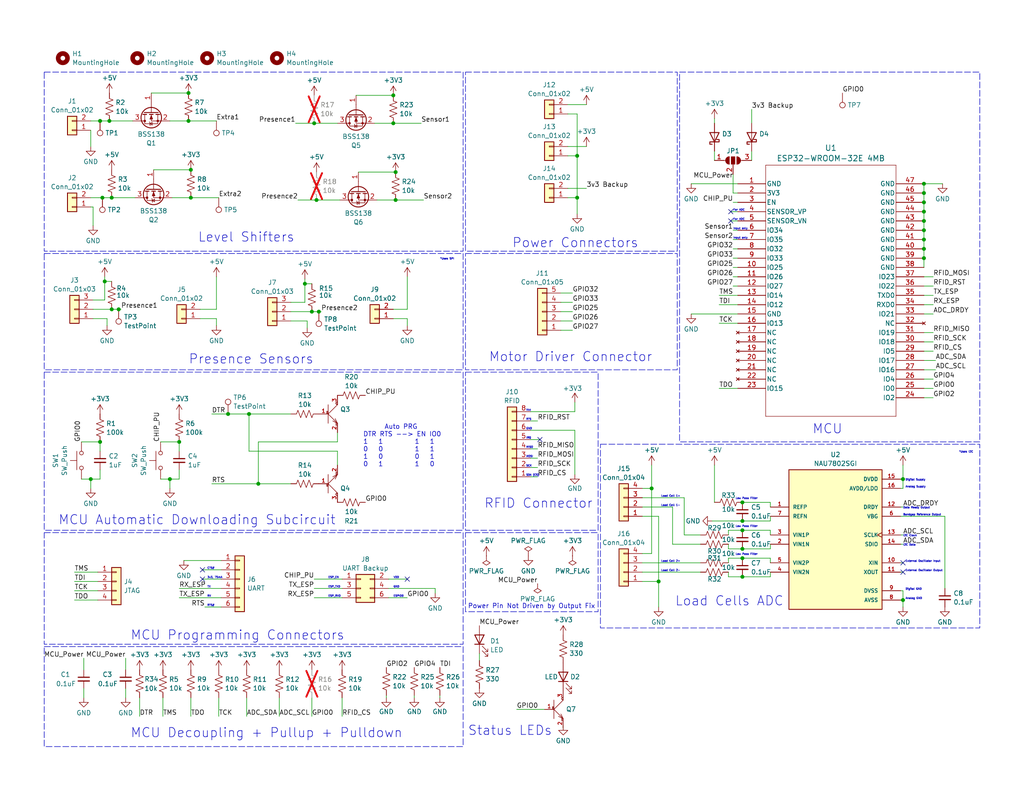
<source format=kicad_sch>
(kicad_sch (version 20230121) (generator eeschema)
  (paper "USLetter")
  (title_block (title "Brain Board") (date "2025-03-11") (rev "1.0") (company "ECE 445: Senior Capstone Project") (comment 1 "Designed By: Omkar Kulkarni"))
  (junction (at 51.435 33.02))
  (junction (at 246.38 163.83))
  (junction (at 157.48 42.545))
  (junction (at 83.185 77.47))
  (junction (at 107.95 54.61))
  (junction (at 177.8 133.35))
  (junction (at 67.945 113.03))
  (junction (at 30.48 53.975))
  (junction (at 46.355 130.81))
  (junction (at 32.385 84.455))
  (junction (at 85.09 85.09))
  (junction (at 29.845 33.02))
  (junction (at 27.305 33.02))
  (junction (at 24.765 130.81))
  (junction (at 246.38 130.81))
  (junction (at 202.565 144.78))
  (junction (at 107.95 46.99))
  (junction (at 27.94 53.975))
  (junction (at 27.305 120.65))
  (junction (at 28.575 76.835))
  (junction (at 202.565 142.24))
  (junction (at 48.895 120.65))
  (junction (at 202.565 157.48))
  (junction (at 52.07 46.355))
  (junction (at 202.565 152.4))
  (junction (at 252.095 65.405))
  (junction (at 252.095 50.165))
  (junction (at 107.315 26.035))
  (junction (at 86.36 54.61))
  (junction (at 202.565 137.16))
  (junction (at 70.485 132.08))
  (junction (at 252.095 62.865))
  (junction (at 86.995 85.09))
  (junction (at 252.095 70.485))
  (junction (at 52.07 53.975))
  (junction (at 252.095 60.325))
  (junction (at 157.48 53.975))
  (junction (at 202.565 149.86))
  (junction (at 252.095 67.945))
  (junction (at 51.435 25.4))
  (junction (at 252.095 52.705))
  (junction (at 179.705 158.75))
  (junction (at 62.23 113.03))
  (junction (at 107.315 33.655))
  (junction (at 85.725 33.655))
  (junction (at 252.095 55.245))
  (junction (at 252.095 57.785))
  (junction (at 30.48 84.455))
  (no_connect (at 246.38 156.21))
  (no_connect (at 147.32 120.015))
  (no_connect (at 55.245 158.115))
  (no_connect (at 199.39 57.785))
  (no_connect (at 111.125 158.115))
  (no_connect (at 199.39 60.325))
  (no_connect (at 55.245 155.575))
  (no_connect (at 246.38 153.67))
  (wire (pts (xy 130.81 180.34) (xy 130.81 178.435)))
  (wire (pts (xy 246.38 130.81) (xy 246.38 133.35)))
  (wire (pts (xy 194.945 127) (xy 194.945 137.16)))
  (wire (pts (xy 41.275 25.4) (xy 51.435 25.4)))
  (wire (pts (xy 28.575 76.835) (xy 28.575 81.915)))
  (wire (pts (xy 28.575 75.565) (xy 28.575 76.835)))
  (wire (pts (xy 59.055 75.565) (xy 59.055 84.455)))
  (wire (pts (xy 85.725 163.195) (xy 93.345 163.195)))
  (wire (pts (xy 254.635 108.585) (xy 252.095 108.585)))
  (wire (pts (xy 196.215 83.185) (xy 201.295 83.185)))
  (wire (pts (xy 177.8 133.35) (xy 177.8 151.13)))
  (wire (pts (xy 146.685 127.635) (xy 144.78 127.635)))
  (wire (pts (xy 20.32 158.75) (xy 26.67 158.75)))
  (wire (pts (xy 85.09 85.09) (xy 86.995 85.09)))
  (wire (pts (xy 146.685 130.175) (xy 144.78 130.175)))
  (wire (pts (xy 20.32 161.29) (xy 26.67 161.29)))
  (wire (pts (xy 50.165 153.035) (xy 60.325 153.035)))
  (wire (pts (xy 246.38 127) (xy 246.38 130.81)))
  (wire (pts (xy 246.38 146.05) (xy 245.745 146.05)))
  (wire (pts (xy 62.23 113.03) (xy 67.945 113.03)))
  (wire (pts (xy 200.025 65.405) (xy 201.295 65.405)))
  (wire (pts (xy 205.105 41.275) (xy 205.105 43.815)))
  (wire (pts (xy 93.345 190.5) (xy 93.345 195.58)))
  (wire (pts (xy 198.755 148.59) (xy 198.755 149.86)))
  (wire (pts (xy 22.86 190.5) (xy 22.86 187.96)))
  (wire (pts (xy 252.095 85.725) (xy 254.635 85.725)))
  (wire (pts (xy 153.035 87.63) (xy 156.21 87.63)))
  (wire (pts (xy 27.305 120.65) (xy 27.305 123.19)))
  (wire (pts (xy 48.895 163.195) (xy 60.325 163.195)))
  (wire (pts (xy 188.595 50.165) (xy 201.295 50.165)))
  (wire (pts (xy 198.755 153.67) (xy 198.755 152.4)))
  (wire (pts (xy 24.765 130.81) (xy 24.765 133.35)))
  (wire (pts (xy 210.185 157.48) (xy 210.185 156.21)))
  (wire (pts (xy 57.785 113.03) (xy 62.23 113.03)))
  (wire (pts (xy 252.095 60.325) (xy 252.095 62.865)))
  (wire (pts (xy 196.215 106.045) (xy 201.295 106.045)))
  (wire (pts (xy 200.025 55.245) (xy 201.295 55.245)))
  (wire (pts (xy 29.21 88.9) (xy 29.21 86.995)))
  (wire (pts (xy 156.845 112.395) (xy 144.78 112.395)))
  (wire (pts (xy 83.82 87.63) (xy 83.82 89.535)))
  (wire (pts (xy 198.755 156.21) (xy 198.755 157.48)))
  (wire (pts (xy 154.94 53.975) (xy 157.48 53.975)))
  (wire (pts (xy 205.105 29.845) (xy 205.105 33.655)))
  (wire (pts (xy 111.125 86.995) (xy 111.125 88.9)))
  (wire (pts (xy 24.765 56.515) (xy 25.4 56.515)))
  (wire (pts (xy 246.38 156.21) (xy 245.745 156.21)))
  (wire (pts (xy 252.095 78.105) (xy 254.635 78.105)))
  (wire (pts (xy 111.125 84.455) (xy 107.315 84.455)))
  (wire (pts (xy 83.185 77.47) (xy 83.185 82.55)))
  (wire (pts (xy 52.07 190.5) (xy 52.07 195.58)))
  (wire (pts (xy 210.185 140.97) (xy 210.185 142.24)))
  (wire (pts (xy 24.765 35.56) (xy 24.765 40.005)))
  (wire (pts (xy 210.185 152.4) (xy 210.185 153.67)))
  (wire (pts (xy 60.325 160.655) (xy 48.895 160.655)))
  (wire (pts (xy 67.945 123.19) (xy 67.945 113.03)))
  (wire (pts (xy 198.755 157.48) (xy 202.565 157.48)))
  (wire (pts (xy 20.32 156.21) (xy 26.67 156.21)))
  (wire (pts (xy 198.755 152.4) (xy 202.565 152.4)))
  (wire (pts (xy 254.635 90.805) (xy 252.095 90.805)))
  (wire (pts (xy 198.755 146.05) (xy 198.755 144.78)))
  (wire (pts (xy 27.305 33.02) (xy 29.845 33.02)))
  (wire (pts (xy 46.355 33.02) (xy 51.435 33.02)))
  (wire (pts (xy 157.48 53.975) (xy 157.48 42.545)))
  (wire (pts (xy 179.705 165.735) (xy 179.705 158.75)))
  (wire (pts (xy 246.38 163.83) (xy 245.745 163.83)))
  (wire (pts (xy 24.765 53.975) (xy 27.94 53.975)))
  (wire (pts (xy 70.485 132.08) (xy 70.485 120.65)))
  (wire (pts (xy 20.32 163.83) (xy 26.67 163.83)))
  (wire (pts (xy 41.91 46.355) (xy 52.07 46.355)))
  (wire (pts (xy 29.845 33.02) (xy 36.195 33.02)))
  (wire (pts (xy 147.32 120.015) (xy 144.78 120.015)))
  (wire (pts (xy 102.87 54.61) (xy 107.95 54.61)))
  (wire (pts (xy 200.025 47.625) (xy 200.025 52.705)))
  (wire (pts (xy 194.945 32.385) (xy 194.945 33.655)))
  (wire (pts (xy 85.725 160.655) (xy 93.345 160.655)))
  (wire (pts (xy 106.045 160.655) (xy 118.745 160.655)))
  (wire (pts (xy 252.095 103.505) (xy 254.635 103.505)))
  (wire (pts (xy 200.025 67.945) (xy 201.295 67.945)))
  (wire (pts (xy 202.565 142.24) (xy 210.185 142.24)))
  (wire (pts (xy 160.02 51.435) (xy 154.94 51.435)))
  (wire (pts (xy 200.025 75.565) (xy 201.295 75.565)))
  (wire (pts (xy 106.045 158.115) (xy 111.125 158.115)))
  (wire (pts (xy 144.78 117.475) (xy 156.845 117.475)))
  (wire (pts (xy 92.075 127) (xy 92.075 123.19)))
  (wire (pts (xy 59.055 84.455) (xy 54.61 84.455)))
  (wire (pts (xy 200.025 73.025) (xy 201.295 73.025)))
  (wire (pts (xy 153.035 90.17) (xy 156.21 90.17)))
  (wire (pts (xy 102.235 33.655) (xy 107.315 33.655)))
  (wire (pts (xy 80.645 33.655) (xy 85.725 33.655)))
  (wire (pts (xy 22.225 130.81) (xy 24.765 130.81)))
  (wire (pts (xy 34.29 190.5) (xy 34.29 187.96)))
  (wire (pts (xy 59.055 86.995) (xy 59.055 88.9)))
  (wire (pts (xy 113.03 190.5) (xy 113.03 189.865)))
  (wire (pts (xy 57.785 132.08) (xy 70.485 132.08)))
  (wire (pts (xy 79.375 132.08) (xy 70.485 132.08)))
  (wire (pts (xy 28.575 76.835) (xy 30.48 76.835)))
  (wire (pts (xy 186.69 135.89) (xy 186.69 146.05)))
  (wire (pts (xy 252.095 98.425) (xy 255.27 98.425)))
  (wire (pts (xy 153.035 85.09) (xy 156.21 85.09)))
  (wire (pts (xy 153.035 82.55) (xy 156.21 82.55)))
  (wire (pts (xy 200.025 70.485) (xy 201.295 70.485)))
  (wire (pts (xy 252.095 55.245) (xy 252.095 57.785)))
  (wire (pts (xy 157.48 42.545) (xy 157.48 31.115)))
  (wire (pts (xy 175.26 153.67) (xy 191.135 153.67)))
  (wire (pts (xy 252.095 50.165) (xy 252.095 52.705)))
  (wire (pts (xy 252.095 67.945) (xy 252.095 70.485)))
  (wire (pts (xy 246.38 161.29) (xy 246.38 163.83)))
  (wire (pts (xy 198.755 149.86) (xy 202.565 149.86)))
  (wire (pts (xy 245.745 138.43) (xy 246.38 138.43)))
  (wire (pts (xy 252.095 50.165) (xy 257.175 50.165)))
  (wire (pts (xy 46.355 130.81) (xy 43.815 130.81)))
  (wire (pts (xy 210.185 137.16) (xy 210.185 138.43)))
  (wire (pts (xy 210.185 137.16) (xy 202.565 137.16)))
  (wire (pts (xy 55.245 155.575) (xy 60.325 155.575)))
  (wire (pts (xy 85.725 33.655) (xy 92.075 33.655)))
  (wire (pts (xy 252.095 65.405) (xy 252.095 67.945)))
  (wire (pts (xy 34.29 179.705) (xy 34.29 182.88)))
  (wire (pts (xy 252.095 83.185) (xy 254.635 83.185)))
  (wire (pts (xy 111.125 75.565) (xy 111.125 84.455)))
  (wire (pts (xy 179.705 140.97) (xy 175.26 140.97)))
  (wire (pts (xy 252.095 57.785) (xy 252.095 60.325)))
  (wire (pts (xy 175.26 156.21) (xy 191.135 156.21)))
  (wire (pts (xy 30.48 53.975) (xy 36.83 53.975)))
  (wire (pts (xy 199.39 57.785) (xy 201.295 57.785)))
  (wire (pts (xy 24.765 130.81) (xy 27.305 130.81)))
  (wire (pts (xy 52.07 53.975) (xy 59.69 53.975)))
  (wire (pts (xy 252.095 100.965) (xy 255.27 100.965)))
  (wire (pts (xy 30.48 84.455) (xy 32.385 84.455)))
  (wire (pts (xy 27.94 53.975) (xy 30.48 53.975)))
  (wire (pts (xy 25.4 84.455) (xy 30.48 84.455)))
  (wire (pts (xy 198.755 144.78) (xy 202.565 144.78)))
  (wire (pts (xy 179.705 158.75) (xy 175.26 158.75)))
  (wire (pts (xy 153.67 198.12) (xy 153.67 198.755)))
  (wire (pts (xy 186.69 146.05) (xy 191.135 146.05)))
  (wire (pts (xy 246.38 133.35) (xy 245.745 133.35)))
  (wire (pts (xy 70.485 120.65) (xy 92.075 120.65)))
  (wire (pts (xy 46.355 130.81) (xy 46.355 133.35)))
  (wire (pts (xy 257.81 140.97) (xy 245.745 140.97)))
  (wire (pts (xy 183.515 148.59) (xy 183.515 138.43)))
  (wire (pts (xy 27.305 128.27) (xy 27.305 130.81)))
  (wire (pts (xy 97.155 26.035) (xy 107.315 26.035)))
  (wire (pts (xy 210.185 144.78) (xy 210.185 146.05)))
  (wire (pts (xy 257.81 160.655) (xy 257.81 140.97)))
  (wire (pts (xy 252.095 70.485) (xy 252.095 73.025)))
  (wire (pts (xy 191.135 148.59) (xy 183.515 148.59)))
  (wire (pts (xy 200.025 78.105) (xy 201.295 78.105)))
  (wire (pts (xy 118.745 160.655) (xy 118.745 161.925)))
  (wire (pts (xy 38.1 190.5) (xy 38.1 195.58)))
  (wire (pts (xy 175.26 133.35) (xy 177.8 133.35)))
  (wire (pts (xy 105.41 190.5) (xy 105.41 189.865)))
  (wire (pts (xy 59.69 190.5) (xy 59.69 195.58)))
  (wire (pts (xy 199.39 60.325) (xy 201.295 60.325)))
  (wire (pts (xy 202.565 157.48) (xy 210.185 157.48)))
  (wire (pts (xy 177.8 151.13) (xy 175.26 151.13)))
  (wire (pts (xy 48.895 120.65) (xy 48.895 123.19)))
  (wire (pts (xy 175.26 135.89) (xy 186.69 135.89)))
  (wire (pts (xy 22.86 179.705) (xy 22.86 182.88)))
  (wire (pts (xy 55.88 165.735) (xy 60.325 165.735)))
  (wire (pts (xy 202.565 144.78) (xy 210.185 144.78)))
  (wire (pts (xy 43.815 120.65) (xy 48.895 120.65)))
  (wire (pts (xy 81.28 54.61) (xy 86.36 54.61)))
  (wire (pts (xy 252.095 52.705) (xy 252.095 55.245)))
  (wire (pts (xy 29.21 86.995) (xy 25.4 86.995)))
  (wire (pts (xy 146.685 125.095) (xy 144.78 125.095)))
  (wire (pts (xy 92.075 123.19) (xy 67.945 123.19)))
  (wire (pts (xy 254.635 95.885) (xy 252.095 95.885)))
  (wire (pts (xy 120.015 190.5) (xy 120.015 189.865)))
  (wire (pts (xy 107.315 86.995) (xy 111.125 86.995)))
  (wire (pts (xy 32.385 84.455) (xy 33.02 84.455)))
  (wire (pts (xy 79.375 85.09) (xy 85.09 85.09)))
  (wire (pts (xy 107.95 54.61) (xy 115.57 54.61)))
  (wire (pts (xy 194.31 142.24) (xy 202.565 142.24)))
  (wire (pts (xy 200.025 62.865) (xy 201.295 62.865)))
  (wire (pts (xy 156.845 117.475) (xy 156.845 129.54)))
  (wire (pts (xy 201.295 52.705) (xy 200.025 52.705)))
  (wire (pts (xy 252.095 62.865) (xy 252.095 65.405)))
  (wire (pts (xy 246.38 153.67) (xy 245.745 153.67)))
  (wire (pts (xy 67.31 190.5) (xy 67.31 195.58)))
  (wire (pts (xy 154.94 42.545) (xy 157.48 42.545)))
  (wire (pts (xy 86.36 54.61) (xy 92.71 54.61)))
  (wire (pts (xy 254.635 93.345) (xy 252.095 93.345)))
  (wire (pts (xy 79.375 87.63) (xy 83.82 87.63)))
  (wire (pts (xy 107.315 33.655) (xy 114.935 33.655)))
  (wire (pts (xy 46.99 53.975) (xy 52.07 53.975)))
  (wire (pts (xy 83.185 76.2) (xy 83.185 77.47)))
  (wire (pts (xy 175.26 138.43) (xy 183.515 138.43)))
  (wire (pts (xy 48.895 130.81) (xy 46.355 130.81)))
  (wire (pts (xy 106.045 163.195) (xy 111.125 163.195)))
  (wire (pts (xy 194.945 41.275) (xy 194.945 43.815)))
  (wire (pts (xy 202.565 149.86) (xy 210.185 149.86)))
  (wire (pts (xy 196.215 88.265) (xy 201.295 88.265)))
  (wire (pts (xy 83.185 82.55) (xy 79.375 82.55)))
  (wire (pts (xy 210.185 149.86) (xy 210.185 148.59)))
  (wire (pts (xy 157.48 58.42) (xy 157.48 53.975)))
  (wire (pts (xy 252.095 75.565) (xy 254.635 75.565)))
  (wire (pts (xy 177.8 127) (xy 177.8 133.35)))
  (wire (pts (xy 188.595 85.725) (xy 201.295 85.725)))
  (wire (pts (xy 67.945 113.03) (xy 79.375 113.03)))
  (wire (pts (xy 146.685 114.935) (xy 144.78 114.935)))
  (wire (pts (xy 254.635 106.045) (xy 252.095 106.045)))
  (wire (pts (xy 246.38 148.59) (xy 245.745 148.59)))
  (wire (pts (xy 22.225 120.65) (xy 27.305 120.65)))
  (wire (pts (xy 97.79 46.99) (xy 107.95 46.99)))
  (wire (pts (xy 246.38 130.81) (xy 245.745 130.81)))
  (wire (pts (xy 24.765 33.02) (xy 27.305 33.02)))
  (wire (pts (xy 246.38 163.83) (xy 246.38 165.735)))
  (wire (pts (xy 146.685 122.555) (xy 144.78 122.555)))
  (wire (pts (xy 246.38 161.29) (xy 245.745 161.29)))
  (wire (pts (xy 153.035 80.01) (xy 156.21 80.01)))
  (wire (pts (xy 83.185 77.47) (xy 85.09 77.47)))
  (wire (pts (xy 196.215 80.645) (xy 201.295 80.645)))
  (wire (pts (xy 51.435 33.02) (xy 59.055 33.02)))
  (wire (pts (xy 76.2 190.5) (xy 76.2 195.58)))
  (wire (pts (xy 55.245 158.115) (xy 60.325 158.115)))
  (wire (pts (xy 156.845 109.855) (xy 156.845 112.395)))
  (wire (pts (xy 179.705 158.75) (xy 179.705 140.97)))
  (wire (pts (xy 252.095 80.645) (xy 254.635 80.645)))
  (wire (pts (xy 92.075 120.65) (xy 92.075 118.11)))
  (wire (pts (xy 54.61 86.995) (xy 59.055 86.995)))
  (wire (pts (xy 140.97 193.675) (xy 148.59 193.675)))
  (wire (pts (xy 48.895 128.27) (xy 48.895 130.81)))
  (wire (pts (xy 202.565 152.4) (xy 210.185 152.4)))
  (wire (pts (xy 154.94 28.575) (xy 160.02 28.575)))
  (wire (pts (xy 157.48 31.115) (xy 154.94 31.115)))
  (wire (pts (xy 85.09 190.5) (xy 85.09 195.58)))
  (wire (pts (xy 44.45 190.5) (xy 44.45 195.58)))
  (wire (pts (xy 85.725 158.115) (xy 93.345 158.115)))
  (wire (pts (xy 154.94 40.005) (xy 160.02 40.005)))
  (wire (pts (xy 28.575 81.915) (xy 25.4 81.915)))
  (wire (pts (xy 25.4 56.515) (xy 25.4 61.595)))
  (wire (pts (xy 86.995 85.09) (xy 87.63 85.09)))
  (rectangle (start 185.42 19.685) (end 267.335 120.65) (stroke (width 0) (type dash)))
  (rectangle (start 12.065 101.6) (end 126.365 144.78) (stroke (width 0) (type dash)))
  (rectangle (start 12.065 69.215) (end 126.365 100.965) (stroke (width 0) (type dash)))
  (rectangle (start 127 69.215) (end 184.785 100.965) (stroke (width 0) (type dash)))
  (rectangle (start 12.065 176.53) (end 126.365 203.835) (stroke (width 0) (type dash)))
  (rectangle (start 127 101.6) (end 163.195 144.78) (stroke (width 0) (type dash)))
  (rectangle (start 12.065 145.415) (end 126.365 175.895) (stroke (width 0) (type dash)))
  (rectangle (start 12.065 19.685) (end 126.365 68.58) (stroke (width 0) (type dash)))
  (rectangle (start 127 145.415) (end 163.195 167.005) (stroke (width 0) (type dash)))
  (rectangle (start 127 19.685) (end 184.785 68.58) (stroke (width 0) (type dash)))
  (rectangle (start 163.83 121.285) (end 267.335 171.45) (stroke (width 0) (type dash)))
  (text "Load Cell 1-\n" (at 180.34 138.43 0) (effects (font (size 0.508 0.508)) (justify left bottom)))
  (text "Low Pass Filter" (at 200.66 136.525 0) (effects (font (size 0.508 0.508)) (justify left bottom)))
  (text "Digital Supply" (at 247.015 131.445 0) (effects (font (size 0.508 0.508)) (justify left bottom)))
  (text "Load Cells ADC" (at 184.15 165.735 0) (effects (font (size 2.54 2.54)) (justify left bottom)))
  (text "Power Pin Not Driven by Output Fix" (at 127.635 166.37 0) (effects (font (size 1.27 1.27)) (justify left bottom)))
  (text "For ADC" (at 200.025 57.785 0) (effects (font (size 0.508 0.508)) (justify left bottom)))
  (text "RFID Connector" (at 132.08 139.065 0) (effects (font (size 2.54 2.54)) (justify left bottom)))
  (text "Load Cell 2-\n" (at 180.34 156.21 0) (effects (font (size 0.508 0.508)) (justify left bottom)))
  (text "ESPIO0" (at 107.315 163.195 0) (effects (font (size 0.508 0.508)) (justify left bottom)))
  (text "      Auto PRG\nDTR RTS --> EN IO0\n1   1         1   1\n0   0         1   1\n1   0         0   1\n0   1         1   0\n" (at 99.06 127.635 0) (effects (font (size 1.27 1.27)) (justify left bottom)))
  (text "IRQ" (at 143.51 120.015 0) (effects (font (size 0.508 0.508)) (justify left bottom)))
  (text "ESP_TXD\n" (at 89.535 160.655 0) (effects (font (size 0.508 0.508)) (justify left bottom)))
  (text "I2C Data" (at 246.38 149.225 0) (effects (font (size 0.508 0.508)) (justify left bottom)))
  (text "Low Pass Filter" (at 200.66 144.145 0) (effects (font (size 0.508 0.508)) (justify left bottom)))
  (text "MCU" (at 221.615 118.745 0) (effects (font (size 2.54 2.54)) (justify left bottom)))
  (text "Analog Supply\n" (at 247.015 133.35 0) (effects (font (size 0.508 0.508)) (justify left bottom)))
  (text "Digital GND\n" (at 247.015 161.29 0) (effects (font (size 0.508 0.508)) (justify left bottom)))
  (text "SCK" (at 143.51 127.635 0) (effects (font (size 0.508 0.508)) (justify left bottom)))
  (text "RTS" (at 143.51 114.935 0) (effects (font (size 0.508 0.508)) (justify left bottom)))
  (text "Load Cell 2+\n" (at 180.34 153.67 0) (effects (font (size 0.508 0.508)) (justify left bottom)))
  (text "For ADC" (at 200.025 60.325 0) (effects (font (size 0.508 0.508)) (justify left bottom)))
  (text "CTS#" (at 56.515 155.575 0) (effects (font (size 0.508 0.508)) (justify left bottom)))
  (text "RTS#\n" (at 56.515 165.735 0) (effects (font (size 0.508 0.508)) (justify left bottom)))
  (text "VDD" (at 107.315 158.115 0) (effects (font (size 0.508 0.508)) (justify left bottom)))
  (text "Load Cell 1+" (at 180.34 135.89 0) (effects (font (size 0.508 0.508)) (justify left bottom)))
  (text "MCU Decoupling + Pullup + Pulldown\n\n\n\n" (at 35.56 213.995 0) (effects (font (size 2.54 2.54)) (justify left bottom)))
  (text "TX" (at 56.515 160.655 0) (effects (font (size 0.508 0.508)) (justify left bottom)))
  (text "GND" (at 143.51 117.475 0) (effects (font (size 0.508 0.508)) (justify left bottom)))
  (text "MOSI" (at 143.51 125.095 0) (effects (font (size 0.508 0.508)) (justify left bottom)))
  (text "MCU Programming Connectors\n\n\n\n" (at 35.56 187.325 0) (effects (font (size 2.54 2.54)) (justify left bottom)))
  (text "MISO" (at 143.51 122.555 0) (effects (font (size 0.508 0.508)) (justify left bottom)))
  (text "External Oscillator Output\n" (at 247.015 156.21 0) (effects (font (size 0.508 0.508)) (justify left bottom)))
  (text "*Uses I2C" (at 261.62 123.825 0) (effects (font (size 0.508 0.508)) (justify left bottom)))
  (text "ESP_EN" (at 89.535 158.115 0) (effects (font (size 0.508 0.508)) (justify left bottom)))
  (text "MCU Automatic Downloading Subcircuit\n\n\n" (at 15.875 151.765 0) (effects (font (size 2.54 2.54)) (justify left bottom)))
  (text "Status LEDs\n\n\n\n" (at 127.635 213.36 0) (effects (font (size 2.54 2.54)) (justify left bottom)))
  (text "Input only" (at 200.025 65.405 0) (effects (font (size 0.508 0.508)) (justify left bottom)))
  (text "Low Pass Filter" (at 200.66 151.765 0) (effects (font (size 0.508 0.508)) (justify left bottom)))
  (text "Power Connectors" (at 139.7 67.945 0) (effects (font (size 2.54 2.54)) (justify left bottom)))
  (text "Presence Sensors" (at 51.435 99.695 0) (effects (font (size 2.54 2.54)) (justify left bottom)))
  (text "Bandgap Reference Output" (at 246.38 140.97 0) (effects (font (size 0.508 0.508)) (justify left bottom)))
  (text "*Uses SPI\n" (at 120.015 71.12 0) (effects (font (size 0.508 0.508)) (justify left bottom)))
  (text "Level Shifters\n\n" (at 53.975 70.485 0) (effects (font (size 2.54 2.54)) (justify left bottom)))
  (text "Motor Driver Connector" (at 133.35 99.06 0) (effects (font (size 2.54 2.54)) (justify left bottom)))
  (text "Vcc" (at 143.51 112.395 0) (effects (font (size 0.508 0.508)) (justify left bottom)))
  (text "ESP_RXD" (at 89.535 163.195 0) (effects (font (size 0.508 0.508)) (justify left bottom)))
  (text "Data Ready Output" (at 246.38 139.065 0) (effects (font (size 0.508 0.508)) (justify left bottom)))
  (text "Input only" (at 200.025 62.865 0) (effects (font (size 0.508 0.508)) (justify left bottom)))
  (text "SDA (CS)" (at 143.51 130.175 0) (effects (font (size 0.508 0.508)) (justify left bottom)))
  (text "GND" (at 107.315 160.655 0) (effects (font (size 0.508 0.508)) (justify left bottom)))
  (text "3v3, 75mA\n" (at 56.515 158.115 0) (effects (font (size 0.508 0.508)) (justify left bottom)))
  (text "External Oscillator Input" (at 247.015 153.67 0) (effects (font (size 0.508 0.508)) (justify left bottom)))
  (text "I2C Clock" (at 246.38 146.685 0) (effects (font (size 0.508 0.508)) (justify left bottom)))
  (text "Analog GND\n" (at 247.015 163.83 0) (effects (font (size 0.508 0.508)) (justify left bottom)))
  (text "RX" (at 56.515 163.195 0) (effects (font (size 0.508 0.508)) (justify left bottom)))
  (label "Presence2" (at 81.28 54.61 180))
  (label "3v3 Backup" (at 160.02 51.435 0))
  (label "Presence1" (at 33.02 84.455 0))
  (label "GPIO25" (at 156.21 85.09 0))
  (label "RFID_RST" (at 254.635 78.105 0))
  (label "GPIO0" (at 111.125 163.195 0))
  (label "Sensor1" (at 200.025 62.865 180))
  (label "ADC_SCL" (at 76.2 195.58 0))
  (label "Sensor1" (at 114.935 33.655 0))
  (label "RTS" (at 55.88 165.735 180))
  (label "MCU_Power" (at 200.025 48.895 180))
  (label "Presence2" (at 87.63 85.09 0))
  (label "GPIO4" (at 254.635 103.505 0))
  (label "TMS" (at 44.45 195.58 0))
  (label "MCU_Power" (at 34.29 179.705 180))
  (label "ADC_SDA" (at 255.27 98.425 0))
  (label "RTS" (at 57.785 132.08 0))
  (label "GPIO2" (at 254.635 108.585 0))
  (label "CHIP_PU" (at 99.695 107.95 0))
  (label "RFID_SCK" (at 146.685 127.635 0))
  (label "GPIO0" (at 22.225 120.65 90))
  (label "Extra1" (at 59.055 33.02 0))
  (label "GPIO32" (at 156.21 80.01 0))
  (label "TMS" (at 196.215 80.645 0))
  (label "TDI" (at 20.32 158.75 0))
  (label "RX_ESP" (at 85.725 163.195 180))
  (label "TCK" (at 59.69 195.58 0))
  (label "GPIO27" (at 156.21 90.17 0))
  (label "ADC_SCL" (at 246.38 146.05 0))
  (label "TX_ESP" (at 48.895 163.195 0))
  (label "RFID_SCK" (at 254.635 93.345 0))
  (label "CHIP_PU" (at 85.725 158.115 180))
  (label "GPIO2" (at 105.41 182.245 0))
  (label "RX_ESP" (at 254.635 83.185 0))
  (label "TMS" (at 20.32 156.21 0))
  (label "GPIO0" (at 254.635 106.045 0))
  (label "RFID_MOSI" (at 146.685 125.095 0))
  (label "RFID_CS" (at 254.635 95.885 0))
  (label "TCK" (at 196.215 88.265 0))
  (label "ADC_SDA" (at 67.31 195.58 0))
  (label "RFID_MOSI" (at 254.635 75.565 0))
  (label "GPIO25" (at 200.025 73.025 180))
  (label "GPIO33" (at 200.025 70.485 180))
  (label "RX_ESP" (at 48.895 160.655 0))
  (label "TDO" (at 52.07 195.58 0))
  (label "Extra2" (at 59.69 53.975 0))
  (label "DTR" (at 38.1 195.58 0))
  (label "ADC_SDA" (at 246.38 148.59 0))
  (label "TCK" (at 20.32 161.29 0))
  (label "GPIO0" (at 85.09 195.58 0))
  (label "CHIP_PU" (at 200.025 55.245 180))
  (label "GPIO27" (at 200.025 78.105 180))
  (label "RFID_CS" (at 93.345 195.58 0))
  (label "TX_ESP" (at 254.635 80.645 0))
  (label "GPIO26" (at 200.025 75.565 180))
  (label "Sensor2" (at 115.57 54.61 0))
  (label "GPIO32" (at 200.025 67.945 180))
  (label "GPIO0" (at 99.695 137.16 0))
  (label "CHIP_PU" (at 43.815 120.65 90))
  (label "TDO" (at 196.215 106.045 0))
  (label "ADC_DRDY" (at 246.38 138.43 0))
  (label "GPIO33" (at 156.21 82.55 0))
  (label "MCU_Power" (at 22.86 179.705 180))
  (label "3v3 Backup" (at 205.105 29.845 0))
  (label "TDI" (at 196.215 83.185 0))
  (label "GPIO0" (at 140.97 193.675 0))
  (label "Sensor2" (at 200.025 65.405 180))
  (label "RFID_CS" (at 146.685 130.175 0))
  (label "RFID_RST" (at 146.685 114.935 0))
  (label "MCU_Power" (at 146.685 159.385 180))
  (label "ADC_DRDY" (at 254.635 85.725 0))
  (label "GPIO0" (at 229.87 25.4 0))
  (label "TDI" (at 120.015 182.245 0))
  (label "GPIO4" (at 113.03 182.245 0))
  (label "TDO" (at 20.32 163.83 0))
  (label "RFID_MISO" (at 146.685 122.555 0))
  (label "TX_ESP" (at 85.725 160.655 180))
  (label "Presence1" (at 80.645 33.655 180))
  (label "GPIO26" (at 156.21 87.63 0))
  (label "RFID_MISO" (at 254.635 90.805 0))
  (label "DTR" (at 57.785 113.03 0))
  (label "ADC_SCL" (at 255.27 100.965 0))
  (label "MCU_Power" (at 130.81 170.815 0))
  (symbol (lib_id "power:PWR_FLAG") (at 144.145 151.765 0) (unit 1)
    (property "Reference" "#FLG02" (effects hide))
    (property "Value" "PWR_FLAG" (at 144.145 147.6319 0))
  )
  (symbol (lib_id "Connector_Generic:Conn_02x03_Odd_Even") (at 98.425 160.655 0) (unit 1)
    (property "Reference" "J8" (at 99.695 152.7007 0))
    (property "Value" "UART Backup" (at 99.695 155.1249 0))
    (property "Footprint" "61200621621:61200621621" (effects hide))
    (property "Link" "https://www.digikey.com/en/products/detail/w%C3%BCrth-elektronik/61200621621/4846913" (effects hide))
    (property "MPN" "61200621621" (effects hide))
  )
  (symbol (lib_id "device:C_Small") (at 22.86 185.42 0) (unit 1)
    (property "Reference" "C1" (at 16.51 184.15 0) (effects (justify left)))
    (property "Value" "0.1uF" (at 15.24 186.69 0) (effects (justify left)))
    (property "Footprint" "Capacitor_SMD:C_0603_1608Metric" (effects hide))
    (property "Link" "https://www.digikey.com/en/products/detail/kemet/C0603C103F3GECAUTO/6826352" (effects hide))
    (property "MPN" "C0603C103F3GECAUTO" (effects hide))
  )
  (symbol (lib_id "power:+3V3") (at 27.305 113.03 0) (unit 1)
    (property "Reference" "#PWR05" (effects hide))
    (property "Value" "+3V3" (at 27.305 108.8969 0))
  )
  (symbol (lib_id "Connector_Generic:Conn_01x02") (at 102.235 86.995 180) (unit 1)
    (property "Reference" "J9" (at 102.235 79.0407 0))
    (property "Value" "Conn_01x02" (at 102.235 81.4649 0))
    (property "Footprint" "Connector_Molex:Molex_KK-254_AE-6410-02A_1x02_P2.54mm_Vertical" (effects hide))
    (property "Link" "https://www.digikey.com/en/products/detail/molex/1718560102/10482310" (effects hide))
    (property "MPN" "1718560102" (effects hide))
  )
  (symbol (lib_id "power:PWR_FLAG") (at 146.685 159.385 180) (unit 1)
    (property "Reference" "#FLG03" (effects hide))
    (property "Value" "PWR_FLAG" (at 146.685 163.5181 0))
  )
  (symbol (lib_id "Connector:TestPoint") (at 62.23 113.03 0) (unit 1)
    (property "Reference" "TP6" (at 63.627 108.5159 0) (effects (justify left)))
    (property "Value" "TestPoint" (at 63.627 110.9401 0) (effects (justify left)))
    (property "Footprint" "TestPoint:TestPoint_Keystone_5010-5014_Multipurpose" (effects hide))
    (property "Link" "https://www.digikey.com/en/products/detail/keystone-electronics/5011/255333" (effects hide))
    (property "MPN" "36-5011-ND" (effects hide))
  )
  (symbol (lib_id "Connector_Generic:Conn_01x02") (at 149.86 42.545 180) (unit 1)
    (property "Reference" "J13" (at 149.86 34.5907 0))
    (property "Value" "Conn_01x02" (at 149.86 37.0149 0))
    (property "Footprint" "Connector_Molex:Molex_KK-254_AE-6410-02A_1x02_P2.54mm_Vertical" (effects hide))
    (property "Link" "https://www.digikey.com/en/products/detail/molex/1718560102/10482310" (effects hide))
    (property "MPN" "1718560102" (effects hide))
  )
  (symbol (lib_id "Connector_Generic:Conn_01x08") (at 139.7 122.555 180) (unit 1)
    (property "Reference" "J10" (at 139.7 106.9807 0))
    (property "Value" "RFID" (at 139.7 109.4049 0))
    (property "Footprint" "Connector_Harting:Harting_har-flexicon_14110813001xxx_1x08-MP_P2.54mm_Vertical" (effects hide))
    (property "Link" "https://www.digikey.com/en/products/detail/harting/14110813001000/4835039" (effects hide))
    (property "MPN" "14110813001000" (effects hide))
  )
  (symbol (lib_id "Device:R_US") (at 52.07 186.69 0) (unit 1)
    (property "Reference" "R9" (at 53.721 185.4779 0) (effects (justify left)))
    (property "Value" "10k" (at 53.721 187.9021 0) (effects (justify left)))
    (property "Footprint" "Resistor_SMD:R_1206_3216Metric" (effects hide))
    (property "Link" "https://www.digikey.com/en/products/detail/susumu/HRG3216P-1002-B-T1/5762469" (effects hide))
    (property "MPN" "HRG3216P-1002-B-T1" (effects hide))
  )
  (symbol (lib_id "power:GND") (at 46.355 133.35 0) (unit 1)
    (property "Reference" "#PWR012" (effects hide))
    (property "Value" "GND" (at 46.355 137.4831 0))
  )
  (symbol (lib_id "device:R_US") (at 29.845 29.21 0) (unit 1)
    (property "Reference" "R2" (at 31.496 27.9979 0) (effects (justify left)))
    (property "Value" "10k" (at 31.496 30.4221 0) (effects (justify left)))
    (property "Footprint" "Resistor_SMD:R_1206_3216Metric" (effects hide))
    (property "Link" "https://www.digikey.com/en/products/detail/susumu/HRG3216P-1002-B-T1/5762469" (effects hide))
    (property "MPN" "HRG3216P-1002-B-T1" (effects hide))
  )
  (symbol (lib_id "power:GND") (at 105.41 190.5 0) (unit 1)
    (property "Reference" "#PWR029" (effects hide))
    (property "Value" "GND" (at 105.41 194.31 0))
  )
  (symbol (lib_id "device:R_US") (at 107.95 50.8 0) (unit 1)
    (property "Reference" "R24" (at 109.601 49.5879 0) (effects (justify left)))
    (property "Value" "10k" (at 109.601 52.0121 0) (effects (justify left)))
    (property "Footprint" "Resistor_SMD:R_1206_3216Metric" (effects hide))
    (property "Link" "https://www.digikey.com/en/products/detail/susumu/HRG3216P-1002-B-T1/5762469" (effects hide))
    (property "MPN" "HRG3216P-1002-B-T1" (effects hide))
  )
  (symbol (lib_id "Connector_Generic:Conn_01x06") (at 65.405 158.115 0) (unit 1)
    (property "Reference" "J6" (at 67.437 158.1729 0) (effects (justify left)))
    (property "Value" "UART" (at 67.437 160.5971 0) (effects (justify left)))
    (property "Footprint" "Connector_PinHeader_2.54mm:PinHeader_1x06_P2.54mm_Vertical" (effects hide))
    (property "Link" "https://www.digikey.com/en/products/detail/harwin-inc/M20-9990645/3728233" (effects hide))
    (property "MPN" "M20-9990645" (effects hide))
  )
  (symbol (lib_id "power:+5V") (at 86.36 46.99 0) (unit 1)
    (property "Reference" "#PWR027" (effects hide))
    (property "Value" "+5V" (at 86.36 42.8569 0))
  )
  (symbol (lib_id "Device:R_US") (at 198.755 137.16 90) (unit 1)
    (property "Reference" "R33" (at 198.755 135.255 90))
    (property "Value" "10k" (at 198.755 139.065 90))
    (property "Footprint" "Resistor_SMD:R_1206_3216Metric" (effects hide))
    (property "Link" "https://www.digikey.com/en/products/detail/susumu/HRG3216P-1002-B-T1/5762469" (effects hide))
    (property "MPN" "HRG3216P-1002-B-T1" (effects hide))
  )
  (symbol (lib_id "power:+3V3") (at 59.69 182.88 0) (unit 1)
    (property "Reference" "#PWR020" (effects hide))
    (property "Value" "+3V3" (at 59.69 178.7469 0))
  )
  (symbol (lib_id "Connector_Generic:Conn_01x05") (at 147.955 85.09 180) (unit 1)
    (property "Reference" "J11" (at 147.955 74.5957 0))
    (property "Value" "Conn_01x05" (at 147.955 77.0199 0))
    (property "Footprint" "Connector_PinHeader_2.54mm:PinHeader_1x05_P2.54mm_Vertical" (effects hide))
    (property "Link" "https://www.digikey.com/en/products/detail/harwin-inc/M20-9990546/3728232" (effects hide))
    (property "MPN" "M20-9990546" (effects hide))
  )
  (symbol (lib_id "S8050-SMD:SMD-TRANSISTORS-NPN-25V-500MW_SOT-23_") (at 89.535 113.03 0) (unit 1)
    (property "Reference" "Q3" (at 92.8243 111.7721 0) (effects (justify left)))
    (property "Value" "SMD-TRANSISTORS-NPN-25V-500MW_SOT-23_" (effects hide))
    (property "Footprint" "S8050:S8050-SMD" (effects hide))
    (property "Datasheet" "https://mm.digikey.com/Volume0/opasdata/d220001/medias/docus/6348/S8050_prod.pdf" (effects hide))
    (property "DigiKey_Part_Number" "3372-S8050TR-ND" (effects hide))
    (property "SnapEDA_Link" "https://www.snapeda.com/parts/S8050/MDD/view-part/?ref=snap" (effects hide))
    (property "Description" "\n                        \n                            Bipolar (BJT) Transistor NPN 25 V 500 mA 150MHz 300 mW Surface Mount SOT-23\n                        \n" (effects hide))
    (property "Package" "None" (effects hide))
    (property "MPN" "S8050" (effects hide))
    (property "MF" "MDD" (effects hide))
    (property "MP" "S8050" (effects hide))
    (property "Check_prices" "https://www.snapeda.com/parts/S8050/MDD/view-part/?ref=eda" (effects hide))
    (property "Link" "https://www.digikey.com/en/products/detail/nextgen-components/S8050/16602420" (effects hide))
  )
  (symbol (lib_id "device:LED") (at 153.67 184.785 90) (unit 1)
    (property "Reference" "D2" (at 155.575 184.785 90) (effects (justify right)))
    (property "Value" "LED" (at 148.59 184.785 90) (effects (justify right)))
    (property "Footprint" "LED_SMD:LED_0603_1608Metric" (effects hide))
    (property "Link" "https://www.digikey.com/en/products/detail/liteon/LTST-C190GKT/269230?gclsrc=aw.ds&&utm_adgroup=Optoelectronics&utm_source=google&utm_medium=cpc&utm_campaign=Dynamic%20Search_EN_Product&utm_term=&utm_content=Optoelectronics&utm_id=go_cmp-120565755_adg-9997344915_ad-665604606854_dsa-61690520595_dev-c_ext-_prd-_sig-Cj0KCQjwm7q-BhDRARIsACD6-fXQsQxpS8a-QXCBEo_dyN2EMF5Ihv8pDd0eX4vxMGZ10ZS3-IihwNIaApVkEALw_wcB&gad_source=1&gclid=Cj0KCQjwm7q-BhDRARIsACD6-fXQsQxpS8a-QXCBEo_dyN2EMF5Ihv8pDd0eX4vxMGZ10ZS3-IihwNIaApVkEALw_wcB&gclsrc=aw.ds" (effects hide))
    (property "MPN" "LTST-C190GKT" (effects hide))
  )
  (symbol (lib_id "Connector_Generic:Conn_01x02") (at 49.53 86.995 180) (unit 1)
    (property "Reference" "J5" (at 49.53 79.0407 0))
    (property "Value" "Conn_01x02" (at 49.53 81.4649 0))
    (property "Footprint" "Connector_Molex:Molex_KK-254_AE-6410-02A_1x02_P2.54mm_Vertical" (effects hide))
    (property "Link" "https://www.digikey.com/en/products/detail/molex/1718560102/10482310" (effects hide))
    (property "MPN" "1718560102" (effects hide))
  )
  (symbol (lib_id "Device:R_US") (at 153.67 177.165 0) (unit 1)
    (property "Reference" "R28" (at 155.321 175.9529 0) (effects (justify left)))
    (property "Value" "330" (at 155.321 178.3771 0) (effects (justify left)))
    (property "Footprint" "Resistor_SMD:R_0603_1608Metric" (effects hide))
  )
  (symbol (lib_id "Connector_Generic:Conn_01x04") (at 31.75 158.75 0) (unit 1)
    (property "Reference" "J4" (at 33.782 158.8079 0) (effects (justify left)))
    (property "Value" "JTAG" (at 33.782 161.2321 0) (effects (justify left)))
    (property "Footprint" "Connector_PinSocket_2.54mm:PinSocket_1x04_P2.54mm_Vertical" (effects hide))
    (property "Link" "https://www.digikey.com/en/products/detail/harwin-inc/M20-9990446/3728230" (effects hide))
    (property "MPN" "M20-9990446" (effects hide))
  )
  (symbol (lib_id "power:GND") (at 188.595 50.165 0) (unit 1)
    (property "Reference" "#PWR050" (effects hide))
    (property "Value" "GND" (at 188.595 54.2981 0))
  )
  (symbol (lib_id "Device:R_US") (at 130.81 184.15 0) (unit 1)
    (property "Reference" "R27" (at 132.461 182.9379 0) (effects (justify left)))
    (property "Value" "330" (at 132.461 185.3621 0) (effects (justify left)))
    (property "Footprint" "Resistor_SMD:R_0603_1608Metric" (effects hide))
  )
  (symbol (lib_id "Device:C_Small") (at 202.565 139.7 0) (unit 1)
    (property "Reference" "C5" (at 204.8891 138.4942 0) (effects (justify left)))
    (property "Value" "0.1uF" (at 204.8891 140.9184 0) (effects (justify left)))
    (property "Footprint" "Capacitor_SMD:C_0603_1608Metric" (effects hide))
    (property "Link" "https://www.digikey.com/en/products/detail/yageo/CC0603KRX7R7BB104/302822" (effects hide))
    (property "MPN" "CC0603KRX7R7BB104" (effects hide))
  )
  (symbol (lib_id "power:GND") (at 24.765 40.005 0) (unit 1)
    (property "Reference" "#PWR01" (effects hide))
    (property "Value" "GND" (at 24.765 44.1381 0))
  )
  (symbol (lib_id "S8050-SMD:SMD-TRANSISTORS-NPN-25V-500MW_SOT-23_") (at 151.13 193.675 0) (unit 1)
    (property "Reference" "Q7" (at 154.4193 193.6292 0) (effects (justify left)))
    (property "Value" "SMD-TRANSISTORS-NPN-25V-500MW_SOT-23_" (effects hide))
    (property "Footprint" "S8050:S8050-SMD" (effects hide))
    (property "Datasheet" "https://mm.digikey.com/Volume0/opasdata/d220001/medias/docus/6348/S8050_prod.pdf" (effects hide))
    (property "DigiKey_Part_Number" "3372-S8050TR-ND" (effects hide))
    (property "SnapEDA_Link" "https://www.snapeda.com/parts/S8050/MDD/view-part/?ref=snap" (effects hide))
    (property "Description" "\n                        \n                            Bipolar (BJT) Transistor NPN 25 V 500 mA 150MHz 300 mW Surface Mount SOT-23\n                        \n" (effects hide))
    (property "Package" "None" (effects hide))
    (property "MPN" "S8050" (effects hide))
    (property "MF" "MDD" (effects hide))
    (property "MP" "S8050" (effects hide))
    (property "Check_prices" "https://www.snapeda.com/parts/S8050/MDD/view-part/?ref=eda" (effects hide))
    (property "Link" "https://www.digikey.com/en/products/detail/nextgen-components/S8050/16602420" (effects hide))
  )
  (symbol (lib_id "power:GND") (at 118.745 161.925 0) (unit 1)
    (property "Reference" "#PWR035" (effects hide))
    (property "Value" "GND" (at 118.745 166.0581 0))
  )
  (symbol (lib_id "power:+3V3") (at 76.2 182.88 0) (unit 1)
    (property "Reference" "#PWR022" (effects hide))
    (property "Value" "+3V3" (at 76.2 178.7469 0))
  )
  (symbol (lib_id "Device:R_US") (at 67.31 186.69 0) (unit 1)
    (property "Reference" "R11" (at 68.961 185.4779 0) (effects (justify left)))
    (property "Value" "10k" (at 68.961 187.9021 0) (effects (justify left)))
    (property "Footprint" "Resistor_SMD:R_1206_3216Metric" (effects hide))
    (property "Link" "https://www.digikey.com/en/products/detail/susumu/HRG3216P-1002-B-T1/5762469" (effects hide))
    (property "MPN" "HRG3216P-1002-B-T1" (effects hide))
  )
  (symbol (lib_id "Connector:TestPoint") (at 86.995 85.09 180) (unit 1)
    (property "Reference" "TP8" (at 88.392 87.1799 0) (effects (justify right)))
    (property "Value" "TestPoint" (at 88.392 89.6041 0) (effects (justify right)))
    (property "Footprint" "TestPoint:TestPoint_Keystone_5010-5014_Multipurpose" (effects hide))
    (property "Link" "https://www.digikey.com/en/products/detail/keystone-electronics/5011/255333" (effects hide))
    (property "MPN" "36-5011-ND" (effects hide))
  )
  (symbol (lib_id "Device:R_US") (at 59.69 186.69 0) (unit 1)
    (property "Reference" "R10" (at 61.341 185.4779 0) (effects (justify left)))
    (property "Value" "10k" (at 61.341 187.9021 0) (effects (justify left)))
    (property "Footprint" "Resistor_SMD:R_1206_3216Metric" (effects hide))
    (property "Link" "https://www.digikey.com/en/products/detail/susumu/HRG3216P-1002-B-T1/5762469" (effects hide))
    (property "MPN" "HRG3216P-1002-B-T1" (effects hide))
  )
  (symbol (lib_id "power:+3V3") (at 51.435 25.4 0) (unit 1)
    (property "Reference" "#PWR015" (effects hide))
    (property "Value" "+3V3" (at 51.435 21.2669 0))
  )
  (symbol (lib_id "power:+3V3") (at 52.07 46.355 0) (unit 1)
    (property "Reference" "#PWR016" (effects hide))
    (property "Value" "+3V3" (at 52.07 42.2219 0))
  )
  (symbol (lib_id "Transistor_FET:BSS138") (at 41.91 51.435 90) (mirror x) (unit 1)
    (property "Reference" "Q2" (at 41.91 60.0243 90))
    (property "Value" "BSS138" (at 41.91 57.6001 90))
    (property "Footprint" "Package_TO_SOT_SMD:SOT-23" (effects hide))
    (property "Datasheet" "https://www.onsemi.com/pub/Collateral/BSS138-D.PDF" (effects hide))
    (property "Link" "https://www.digikey.com/en/products/detail/onsemi/BSS138/244210" (effects hide))
    (property "MPN" "BSS138" (effects hide))
  )
  (symbol (lib_id "Connector:TestPoint") (at 59.055 33.02 180) (unit 1)
    (property "Reference" "TP4" (at 60.452 36.322 0) (effects (justify right)))
    (property "Value" "TestPoint" (effects hide))
    (property "Footprint" "TestPoint:TestPoint_Keystone_5010-5014_Multipurpose" (effects hide))
    (property "Link" "https://www.digikey.com/en/products/detail/keystone-electronics/5011/255333" (effects hide))
    (property "MPN" "36-5011-ND" (effects hide))
  )
  (symbol (lib_id "power:+5V") (at 30.48 46.355 0) (unit 1)
    (property "Reference" "#PWR09" (effects hide))
    (property "Value" "+5V" (at 30.48 42.2219 0))
  )
  (symbol (lib_id "device:R_US") (at 48.895 116.84 0) (unit 1)
    (property "Reference" "R6" (at 50.546 115.6279 0) (effects (justify left)))
    (property "Value" "100k" (at 50.546 118.0521 0) (effects (justify left)))
    (property "Footprint" "Resistor_SMD:R_0805_2012Metric" (effects hide))
    (property "Link" "https://www.digikey.com/en/products/detail/yageo/RC0805FR-07100KL/727544" (effects hide))
    (property "MPN" "RC0805FR-07100KL" (effects hide))
  )
  (symbol (lib_id "power:+5V") (at 132.715 151.765 0) (unit 1)
    (property "Reference" "#PWR038" (effects hide))
    (property "Value" "+5V" (at 132.715 147.6319 0))
  )
  (symbol (lib_id "Jumper:SolderJumper_3_Open") (at 200.025 43.815 0) (unit 1)
    (property "Reference" "JP1" (at 200.025 41.2059 0))
    (property "Value" "SolderJumper_3_Open" (effects hide))
    (property "Footprint" "Jumper:SolderJumper-3_P1.3mm_Open_RoundedPad1.0x1.5mm" (effects hide))
    (property "Link" "NA" (effects hide))
    (property "MPN" "NA" (effects hide))
  )
  (symbol (lib_id "power:GND") (at 113.03 190.5 0) (unit 1)
    (property "Reference" "#PWR034" (effects hide))
    (property "Value" "GND" (at 113.03 194.31 0))
  )
  (symbol (lib_id "device:R_US") (at 51.435 29.21 0) (unit 1)
    (property "Reference" "R7" (at 53.086 27.9979 0) (effects (justify left)))
    (property "Value" "10k" (at 53.086 30.4221 0) (effects (justify left)))
    (property "Footprint" "Resistor_SMD:R_1206_3216Metric" (effects hide))
    (property "Link" "https://www.digikey.com/en/products/detail/susumu/HRG3216P-1002-B-T1/5762469" (effects hide))
    (property "MPN" "HRG3216P-1002-B-T1" (effects hide))
  )
  (symbol (lib_id "Device:R_US") (at 93.345 186.69 0) (unit 1)
    (property "Reference" "R19" (at 94.996 185.4779 0) (effects (justify left)))
    (property "Value" "10k" (at 94.996 187.9021 0) (effects (justify left)))
    (property "Footprint" "Resistor_SMD:R_1206_3216Metric" (effects hide))
    (property "Link" "https://www.digikey.com/en/products/detail/susumu/HRG3216P-1002-B-T1/5762469" (effects hide))
    (property "MPN" "HRG3216P-1002-B-T1" (effects hide))
  )
  (symbol (lib_id "power:+3V3") (at 156.21 151.765 0) (unit 1)
    (property "Reference" "#PWR042" (effects hide))
    (property "Value" "+3V3" (at 156.21 147.6319 0))
  )
  (symbol (lib_id "power:+5V") (at 83.185 76.2 0) (unit 1)
    (property "Reference" "#PWR023" (effects hide))
    (property "Value" "+5V" (at 83.185 72.0669 0))
  )
  (symbol (lib_id "power:GND") (at 83.82 89.535 0) (unit 1)
    (property "Reference" "#PWR024" (effects hide))
    (property "Value" "GND" (at 83.82 93.6681 0))
  )
  (symbol (lib_id "power:+3V3") (at 107.95 46.99 0) (unit 1)
    (property "Reference" "#PWR031" (effects hide))
    (property "Value" "+3V3" (at 107.95 42.8569 0))
  )
  (symbol (lib_id "Mechanical:MountingHole") (at 56.515 15.875 0) (unit 1)
    (property "Reference" "H3" (at 59.055 14.6629 0) (effects (justify left)))
    (property "Value" "MountingHole" (at 59.055 17.0871 0) (effects (justify left)))
    (property "Footprint" "MountingHole:MountingHole_3.2mm_M3" (effects hide))
    (property "Link" "NA" (effects hide))
    (property "MPN" "NA" (effects hide))
  )
  (symbol (lib_id "Device:R_US") (at 76.2 186.69 0) (unit 1)
    (property "Reference" "R12" (at 77.851 185.4779 0) (effects (justify left)))
    (property "Value" "10k" (at 77.851 187.9021 0) (effects (justify left)))
    (property "Footprint" "Resistor_SMD:R_1206_3216Metric" (effects hide))
    (property "Link" "https://www.digikey.com/en/products/detail/susumu/HRG3216P-1002-B-T1/5762469" (effects hide))
    (property "MPN" "HRG3216P-1002-B-T1" (effects hide))
  )
  (symbol (lib_id "device:D_Schottky") (at 205.105 37.465 90) (unit 1)
    (property "Reference" "D4" (at 207.137 36.5704 90) (effects (justify right)))
    (property "Value" "D_Schottky" (effects hide))
    (property "Footprint" "VS_30BQ015_M3_9AT:VS_30BQ015_M3_9AT" (effects hide))
    (property "Link" "https://www.digikey.com/en/products/detail/vishay-general-semiconductor-diodes-division/VS-30BQ015-M3-9AT/4933664" (effects hide))
    (property "MPN" "VS-30BQ015-M3/9AT" (effects hide))
  )
  (symbol (lib_id "power:+3V3") (at 194.945 32.385 0) (unit 1)
    (property "Reference" "#PWR053" (effects hide))
    (property "Value" "+3V3" (at 194.945 28.2519 0))
  )
  (symbol (lib_id "Transistor_FET:BSS138") (at 41.275 30.48 90) (mirror x) (unit 1)
    (property "Reference" "Q1" (at 41.275 39.0693 90))
    (property "Value" "BSS138" (at 41.275 36.6451 90))
    (property "Footprint" "Package_TO_SOT_SMD:SOT-23" (effects hide))
    (property "Datasheet" "https://www.onsemi.com/pub/Collateral/BSS138-D.PDF" (effects hide))
    (property "Link" "https://www.digikey.com/en/products/detail/onsemi/BSS138/244210" (effects hide))
    (property "MPN" "BSS138" (effects hide))
  )
  (symbol (lib_id "power:GND") (at 130.81 187.96 0) (unit 1)
    (property "Reference" "#PWR037" (effects hide))
    (property "Value" "GND" (at 130.81 192.0931 0))
  )
  (symbol (lib_id "power:+3V3") (at 52.07 182.88 0) (unit 1)
    (property "Reference" "#PWR017" (effects hide))
    (property "Value" "+3V3" (at 52.07 178.7469 0))
  )
  (symbol (lib_id "power:GND") (at 25.4 61.595 0) (unit 1)
    (property "Reference" "#PWR04" (effects hide))
    (property "Value" "GND" (at 25.4 65.7281 0))
  )
  (symbol (lib_id "Switch:SW_Push") (at 22.225 125.73 90) (unit 1)
    (property "Reference" "SW1" (at 15.1597 125.73 0))
    (property "Value" "SW_Push" (at 17.5839 125.73 0))
    (property "Footprint" "Button_Switch_SMD:SW_SPST_B3U-1000P" (effects hide))
    (property "Link" "https://www.digikey.com/en/products/detail/omron-electronics-inc-emc-div/B3U-1000P/1534338" (effects hide))
    (property "MPN" "B3U-1000P" (effects hide))
  )
  (symbol (lib_id "power:PWR_FLAG") (at 132.715 151.765 180) (unit 1)
    (property "Reference" "#FLG01" (effects hide))
    (property "Value" "PWR_FLAG" (at 132.715 155.8981 0))
  )
  (symbol (lib_id "power:GND") (at 188.595 85.725 0) (unit 1)
    (property "Reference" "#PWR051" (effects hide))
    (property "Value" "GND" (at 188.595 89.8581 0))
  )
  (symbol (lib_id "device:C_Small") (at 48.895 125.73 0) (unit 1)
    (property "Reference" "C4" (at 51.2191 124.5242 0) (effects (justify left)))
    (property "Value" "1uF" (at 51.2191 126.9484 0) (effects (justify left)))
    (property "Footprint" "Resistor_SMD:R_0603_1608Metric" (effects hide))
    (property "Link" "https://www.digikey.com/en/products/detail/taiyo-yuden/TMK107B7105KA-T/2714162" (effects hide))
    (property "MPN" "TMK107B7105KA-T" (effects hide))
  )
  (symbol (lib_id "power:GND") (at 24.765 133.35 0) (unit 1)
    (property "Reference" "#PWR02" (effects hide))
    (property "Value" "GND" (at 24.765 137.4831 0))
  )
  (symbol (lib_id "Device:C_Small") (at 202.565 147.32 0) (unit 1)
    (property "Reference" "C6" (at 204.8891 146.1142 0) (effects (justify left)))
    (property "Value" "0.1uF" (at 204.8891 148.5384 0) (effects (justify left)))
    (property "Footprint" "Capacitor_SMD:C_0603_1608Metric" (effects hide))
    (property "Link" "https://www.digikey.com/en/products/detail/yageo/CC0603KRX7R7BB104/302822" (effects hide))
    (property "MPN" "CC0603KRX7R7BB104" (effects hide))
  )
  (symbol (lib_id "power:GND") (at 179.705 165.735 0) (unit 1)
    (property "Reference" "#PWR049" (effects hide))
    (property "Value" "GND" (at 179.705 169.8681 0))
  )
  (symbol (lib_id "power:GND") (at 22.86 190.5 0) (unit 1)
    (property "Reference" "#PWR03" (effects hide))
    (property "Value" "GND" (at 22.86 194.6331 0))
  )
  (symbol (lib_id "Device:C_Small") (at 202.565 154.94 0) (unit 1)
    (property "Reference" "C7" (at 204.8891 153.7342 0) (effects (justify left)))
    (property "Value" "0.1uF" (at 204.8891 156.1584 0) (effects (justify left)))
    (property "Footprint" "Capacitor_SMD:C_0603_1608Metric" (effects hide))
    (property "Link" "https://www.digikey.com/en/products/detail/yageo/CC0603KRX7R7BB104/302822" (effects hide))
    (property "MPN" "CC0603KRX7R7BB104" (effects hide))
  )
  (symbol (lib_id "power:GND") (at 50.165 153.035 0) (unit 1)
    (property "Reference" "#PWR014" (effects hide))
    (property "Value" "GND" (at 50.165 157.1681 0))
  )
  (symbol (lib_id "device:R_US") (at 107.315 29.845 0) (unit 1)
    (property "Reference" "R23" (at 108.966 28.6329 0) (effects (justify left)))
    (property "Value" "10k" (at 108.966 31.0571 0) (effects (justify left)))
    (property "Footprint" "Resistor_SMD:R_1206_3216Metric" (effects hide))
    (property "Link" "https://www.digikey.com/en/products/detail/susumu/HRG3216P-1002-B-T1/5762469" (effects hide))
    (property "MPN" "HRG3216P-1002-B-T1" (effects hide))
  )
  (symbol (lib_id "device:D_Schottky") (at 194.945 37.465 90) (unit 1)
    (property "Reference" "D3" (at 196.977 36.5704 90) (effects (justify right)))
    (property "Value" "D_Schottky" (effects hide))
    (property "Footprint" "VS_30BQ015_M3_9AT:VS_30BQ015_M3_9AT" (effects hide))
    (property "Link" "https://www.digikey.com/en/products/detail/vishay-general-semiconductor-diodes-division/VS-30BQ015-M3-9AT/4933664" (effects hide))
    (property "MPN" "VS-30BQ015-M3/9AT" (effects hide))
  )
  (symbol (lib_id "power:+5V") (at 85.725 26.035 0) (unit 1)
    (property "Reference" "#PWR026" (effects hide))
    (property "Value" "+5V" (at 85.725 21.9019 0))
  )
  (symbol (lib_id "Connector:TestPoint") (at 27.305 33.02 180) (unit 1)
    (property "Reference" "TP1" (at 28.702 36.322 0) (effects (justify right)))
    (property "Value" "TestPoint" (effects hide))
    (property "Footprint" "TestPoint:TestPoint_Keystone_5010-5014_Multipurpose" (effects hide))
    (property "Link" "https://www.digikey.com/en/products/detail/keystone-electronics/5011/255333" (effects hide))
    (property "MPN" "36-5011-ND" (effects hide))
  )
  (symbol (lib_id "power:+5V") (at 177.8 127 0) (unit 1)
    (property "Reference" "#PWR048" (effects hide))
    (property "Value" "+5V" (at 177.8 122.8669 0))
  )
  (symbol (lib_id "power:GND") (at 144.145 151.765 0) (unit 1)
    (property "Reference" "#PWR039" (effects hide))
    (property "Value" "GND" (at 144.145 155.8981 0))
  )
  (symbol (lib_id "NAU7802SGI:NAU7802SGI") (at 227.965 146.05 0) (unit 1)
    (property "Reference" "U2" (at 227.965 124.1257 0))
    (property "Value" "NAU7802SGI" (at 227.965 126.5499 0))
    (property "Footprint" "NAU7802SGI:SOIC127P600X175-16N" (effects hide))
    (property "PARTREV" "2.6" (effects hide))
    (property "STANDARD" "IPC-7.51B" (effects hide))
    (property "MAXIMUM_PACKAGE_HEIGHT" "1.75mm" (effects hide))
    (property "MANUFACTURER" "Nuvoton" (effects hide))
    (property "Link" "https://www.digikey.com/en/products/detail/nuvoton-technology-corporation/NAU7802SGI/2769782" (effects hide))
  )
  (symbol (lib_id "power:+5V") (at 29.845 25.4 0) (unit 1)
    (property "Reference" "#PWR08" (effects hide))
    (property "Value" "+5V" (at 29.845 21.2669 0))
  )
  (symbol (lib_id "power:+3V3") (at 48.895 113.03 0) (unit 1)
    (property "Reference" "#PWR013" (effects hide))
    (property "Value" "+3V3" (at 48.895 108.8969 0))
  )
  (symbol (lib_id "Device:R_US") (at 44.45 186.69 0) (unit 1)
    (property "Reference" "R5" (at 46.101 185.4779 0) (effects (justify left)))
    (property "Value" "10k" (at 46.101 187.9021 0) (effects (justify left)))
    (property "Footprint" "Resistor_SMD:R_1206_3216Metric" (effects hide))
    (property "Link" "https://www.digikey.com/en/products/detail/susumu/HRG3216P-1002-B-T1/5762469" (effects hide))
    (property "MPN" "HRG3216P-1002-B-T1" (effects hide))
  )
  (symbol (lib_id "Connector:TestPoint") (at 59.69 53.975 180) (unit 1)
    (property "Reference" "TP5" (at 61.087 57.277 0) (effects (justify right)))
    (property "Value" "TestPoint" (effects hide))
    (property "Footprint" "TestPoint:TestPoint_Keystone_5010-5014_Multipurpose" (effects hide))
    (property "Link" "https://www.digikey.com/en/products/detail/keystone-electronics/5011/255333" (effects hide))
    (property "MPN" "36-5011-ND" (effects hide))
  )
  (symbol (lib_id "Device:R_US") (at 194.945 156.21 90) (unit 1)
    (property "Reference" "R32" (at 194.945 158.115 90))
    (property "Value" "10k" (at 198.755 154.94 90))
    (property "Footprint" "Resistor_SMD:R_1206_3216Metric" (effects hide))
    (property "Link" "https://www.digikey.com/en/products/detail/susumu/HRG3216P-1002-B-T1/5762469" (effects hide))
    (property "MPN" "HRG3216P-1002-B-T1" (effects hide))
  )
  (symbol (lib_id "device:LED") (at 130.81 174.625 90) (unit 1)
    (property "Reference" "D1" (at 133.731 175.0004 90) (effects (justify right)))
    (property "Value" "LED" (at 133.731 177.4246 90) (effects (justify right)))
    (property "Footprint" "LED_SMD:LED_0603_1608Metric" (effects hide))
    (property "Link" "https://www.digikey.com/en/products/detail/liteon/LTST-C191KFKT/386833" (effects hide))
    (property "MPN" "LTST-C191KFKT" (effects hide))
  )
  (symbol (lib_id "power:GND") (at 257.81 165.735 0) (unit 1)
    (property "Reference" "#PWR058" (effects hide))
    (property "Value" "GND" (at 257.81 169.8681 0))
  )
  (symbol (lib_id "power:+3V3") (at 38.1 182.88 0) (unit 1)
    (property "Reference" "#PWR059" (effects hide))
    (property "Value" "+3V3" (at 38.1 178.7469 0))
  )
  (symbol (lib_id "Mechanical:MountingHole") (at 17.145 15.875 0) (unit 1)
    (property "Reference" "H1" (at 19.685 14.6629 0) (effects (justify left)))
    (property "Value" "MountingHole" (at 19.685 17.0871 0) (effects (justify left)))
    (property "Footprint" "MountingHole:MountingHole_3.2mm_M3" (effects hide))
    (property "Link" "NA" (effects hide))
    (property "MPN" "NA" (effects hide))
  )
  (symbol (lib_id "device:R_US") (at 52.07 50.165 0) (unit 1)
    (property "Reference" "R8" (at 53.721 48.9529 0) (effects (justify left)))
    (property "Value" "10k" (at 53.721 51.3771 0) (effects (justify left)))
    (property "Footprint" "Resistor_SMD:R_1206_3216Metric" (effects hide))
    (property "Link" "https://www.digikey.com/en/products/detail/susumu/HRG3216P-1002-B-T1/5762469" (effects hide))
    (property "MPN" "HRG3216P-1002-B-T1" (effects hide))
  )
  (symbol (lib_id "Device:R_US") (at 113.03 186.055 0) (unit 1)
    (property "Reference" "R25" (at 114.681 184.8429 0) (effects (justify left)))
    (property "Value" "10k" (at 114.681 187.2671 0) (effects (justify left)))
    (property "Footprint" "Resistor_SMD:R_1206_3216Metric" (effects hide))
    (property "Link" "https://www.digikey.com/en/products/detail/susumu/HRG3216P-1002-B-T1/5762469" (effects hide))
    (property "MPN" "HRG3216P-1002-B-T1" (effects hide))
  )
  (symbol (lib_id "Connector_Generic:Conn_01x03") (at 20.32 84.455 180) (unit 1)
    (property "Reference" "J3" (at 20.32 76.5007 0))
    (property "Value" "Conn_01x03" (at 20.32 78.9249 0))
    (property "Footprint" "Connector_Molex:Molex_KK-254_AE-6410-03A_1x03_P2.54mm_Vertical" (effects hide))
    (property "Link" "https://www.digikey.com/en/products/detail/molex/0022272031/1130578" (effects hide))
    (property "MPN" "0022272031" (effects hide))
  )
  (symbol (lib_id "Connector_Generic:Conn_01x02") (at 149.86 53.975 180) (unit 1)
    (property "Reference" "J14" (at 149.86 46.0207 0))
    (property "Value" "Conn_01x02" (at 149.86 48.4449 0))
    (property "Footprint" "Connector_Molex:Molex_KK-254_AE-6410-02A_1x02_P2.54mm_Vertical" (effects hide))
    (property "Link" "https://www.digikey.com/en/products/detail/molex/1718560102/10482310" (effects hide))
    (property "MPN" "1718560102" (effects hide))
  )
  (symbol (lib_id "device:R_US") (at 83.185 132.08 90) (unit 1)
    (property "Reference" "R14" (at 83.185 127.0467 90))
    (property "Value" "10k" (at 83.185 129.4709 90))
    (property "Footprint" "Resistor_SMD:R_1206_3216Metric" (effects hide))
    (property "Link" "https://www.digikey.com/en/products/detail/susumu/HRG3216P-1002-B-T1/5762469" (effects hide))
    (property "MPN" "HRG3216P-1002-B-T1" (effects hide))
  )
  (symbol (lib_id "Device:R_US") (at 194.945 148.59 90) (unit 1)
    (property "Reference" "R30" (at 194.945 150.495 90))
    (property "Value" "10k" (at 198.755 147.32 90))
    (property "Footprint" "Resistor_SMD:R_1206_3216Metric" (effects hide))
    (property "Link" "https://www.digikey.com/en/products/detail/susumu/HRG3216P-1002-B-T1/5762469" (effects hide))
    (property "MPN" "HRG3216P-1002-B-T1" (effects hide))
  )
  (symbol (lib_id "power:GND") (at 59.055 88.9 0) (unit 1)
    (property "Reference" "#PWR019" (effects hide))
    (property "Value" "GND" (at 59.055 93.0331 0))
  )
  (symbol (lib_id "power:GND") (at 157.48 58.42 0) (unit 1)
    (property "Reference" "#PWR045" (effects hide))
    (property "Value" "GND" (at 157.48 62.5531 0))
  )
  (symbol (lib_id "Connector_Generic:Conn_01x04") (at 170.18 138.43 180) (unit 1)
    (property "Reference" "J15" (at 170.18 127.9357 0))
    (property "Value" "Conn_01x04" (at 170.18 130.3599 0))
    (property "Footprint" "Connector_Molex:Molex_KK-254_AE-6410-04A_1x04_P2.54mm_Vertical" (effects hide))
    (property "Link" "https://www.digikey.com/en/products/detail/molex/0022292041/1130590?gclsrc=aw.ds&&utm_adgroup=&utm_source=google&utm_medium=cpc&utm_campaign=PMax%20Supplier_Focus%20Supplier&utm_term=&utm_content=&utm_id=go_cmp-20243063242_adg-_ad-__dev-c_ext-_prd-1130590_sig-Cj0KCQiA_Yq-BhC9ARIsAA6fbAjwRRlK-j1Y4R9NSsdWdLHuBKh-0DaKPKoxemgp8-1t4rqETN52d-oaAud1EALw_wcB&gad_source=1&gclid=Cj0KCQiA_Yq-BhC9ARIsAA6fbAjwRRlK-j1Y4R9NSsdWdLHuBKh-0DaKPKoxemgp8-1t4rqETN52d-oaAud1EALw_wcB&gclsrc=aw.ds" (effects hide))
    (property "MPN" "0022292041" (effects hide))
  )
  (symbol (lib_id "power:GND") (at 156.845 129.54 0) (unit 1)
    (property "Reference" "#PWR044" (effects hide))
    (property "Value" "GND" (at 156.845 133.35 0))
  )
  (symbol (lib_id "power:+3V3") (at 107.315 26.035 0) (unit 1)
    (property "Reference" "#PWR030" (effects hide))
    (property "Value" "+3V3" (at 107.315 21.9019 0))
  )
  (symbol (lib_id "Mechanical:MountingHole") (at 75.565 15.875 0) (unit 1)
    (property "Reference" "H4" (at 78.105 14.6629 0) (effects (justify left)))
    (property "Value" "MountingHole" (at 78.105 17.0871 0) (effects (justify left)))
    (property "Footprint" "MountingHole:MountingHole_3.2mm_M3" (effects hide))
    (property "Link" "NA" (effects hide))
    (property "MPN" "NA" (effects hide))
  )
  (symbol (lib_id "power:+3V3") (at 85.09 182.88 0) (unit 1)
    (property "Reference" "#PWR025" (effects hide))
    (property "Value" "+3V3" (at 85.09 178.7469 0))
  )
  (symbol (lib_id "power:+5V") (at 111.125 75.565 0) (unit 1)
    (property "Reference" "#PWR032" (effects hide))
    (property "Value" "+5V" (at 111.125 71.4319 0))
  )
  (symbol (lib_id "power:GND") (at 246.38 165.735 0) (unit 1)
    (property "Reference" "#PWR056" (effects hide))
    (property "Value" "GND" (at 246.38 169.8681 0))
  )
  (symbol (lib_id "power:+3V3") (at 153.67 173.355 0) (unit 1)
    (property "Reference" "#PWR040" (effects hide))
    (property "Value" "+3V3" (at 153.67 169.2219 0))
  )
  (symbol (lib_id "Device:R_US") (at 194.945 153.67 90) (unit 1)
    (property "Reference" "R31" (at 194.945 152.4 90))
    (property "Value" "10k" (at 198.755 151.13 90))
    (property "Footprint" "Resistor_SMD:R_1206_3216Metric" (effects hide))
    (property "Link" "https://www.digikey.com/en/products/detail/susumu/HRG3216P-1002-B-T1/5762469" (effects hide))
    (property "MPN" "HRG3216P-1002-B-T1" (effects hide))
  )
  (symbol (lib_id "power:GND") (at 194.31 142.24 270) (unit 1)
    (property "Reference" "#PWR052" (effects hide))
    (property "Value" "GND" (at 191.1351 142.24 90) (effects (justify right)))
  )
  (symbol (lib_id "power:+3V3") (at 67.31 182.88 0) (unit 1)
    (property "Reference" "#PWR021" (effects hide))
    (property "Value" "+3V3" (at 67.31 178.7469 0))
  )
  (symbol (lib_id "Connector:TestPoint") (at 32.385 84.455 180) (unit 1)
    (property "Reference" "TP3" (at 33.782 86.5449 0) (effects (justify right)))
    (property "Value" "TestPoint" (at 33.782 88.9691 0) (effects (justify right)))
    (property "Footprint" "TestPoint:TestPoint_Keystone_5010-5014_Multipurpose" (effects hide))
    (property "Link" "https://www.digikey.com/en/products/detail/keystone-electronics/5011/255333" (effects hide))
    (property "MPN" "36-5011-ND" (effects hide))
  )
  (symbol (lib_id "power:+3V3") (at 156.845 109.855 0) (unit 1)
    (property "Reference" "#PWR043" (effects hide))
    (property "Value" "+3V3" (at 156.21 106.045 0))
  )
  (symbol (lib_id "Connector:TestPoint") (at 229.87 25.4 180) (unit 1)
    (property "Reference" "TP7" (at 231.267 28.702 0) (effects (justify right)))
    (property "Value" "TestPoint" (effects hide))
    (property "Footprint" "TestPoint:TestPoint_Keystone_5010-5014_Multipurpose" (effects hide))
    (property "Link" "https://www.digikey.com/en/products/detail/keystone-electronics/5011/255333" (effects hide))
    (property "MPN" "36-5011-ND" (effects hide))
  )
  (symbol (lib_id "Connector_Generic:Conn_01x02") (at 19.685 35.56 180) (unit 1)
    (property "Reference" "J1" (at 19.685 27.6057 0))
    (property "Value" "Conn_01x02" (at 19.685 30.0299 0))
    (property "Footprint" "Connector_Molex:Molex_KK-254_AE-6410-02A_1x02_P2.54mm_Vertical" (effects hide))
    (property "Link" "https://www.digikey.com/en/products/detail/molex/1718560102/10482310" (effects hide))
    (property "MPN" "1718560102" (effects hide))
  )
  (symbol (lib_id "Connector_Generic:Conn_01x04") (at 170.18 156.21 180) (unit 1)
    (property "Reference" "J16" (at 170.18 145.7157 0))
    (property "Value" "Conn_01x04" (at 170.18 148.1399 0))
    (property "Footprint" "Connector_Molex:Molex_KK-254_AE-6410-04A_1x04_P2.54mm_Vertical" (effects hide))
    (property "Link" "https://www.digikey.com/en/products/detail/molex/0022292041/1130590?gclsrc=aw.ds&&utm_adgroup=&utm_source=google&utm_medium=cpc&utm_campaign=PMax%20Supplier_Focus%20Supplier&utm_term=&utm_content=&utm_id=go_cmp-20243063242_adg-_ad-__dev-c_ext-_prd-1130590_sig-Cj0KCQiA_Yq-BhC9ARIsAA6fbAjwRRlK-j1Y4R9NSsdWdLHuBKh-0DaKPKoxemgp8-1t4rqETN52d-oaAud1EALw_wcB&gad_source=1&gclid=Cj0KCQiA_Yq-BhC9ARIsAA6fbAjwRRlK-j1Y4R9NSsdWdLHuBKh-0DaKPKoxemgp8-1t4rqETN52d-oaAud1EALw_wcB&gclsrc=aw.ds" (effects hide))
    (property "MPN" "0022292041" (effects hide))
  )
  (symbol (lib_id "power:+5V") (at 28.575 75.565 0) (unit 1)
    (property "Reference" "#PWR06" (effects hide))
    (property "Value" "+5V" (at 28.575 71.4319 0))
  )
  (symbol (lib_id "Mechanical:MountingHole") (at 37.465 15.875 0) (unit 1)
    (property "Reference" "H2" (at 40.005 14.6629 0) (effects (justify left)))
    (property "Value" "MountingHole" (at 40.005 17.0871 0) (effects (justify left)))
    (property "Footprint" "MountingHole:MountingHole_3.2mm_M3" (effects hide))
    (property "Link" "NA" (effects hide))
    (property "MPN" "NA" (effects hide))
  )
  (symbol (lib_id "power:GND") (at 29.21 88.9 0) (unit 1)
    (property "Reference" "#PWR07" (effects hide))
    (property "Value" "GND" (at 29.21 93.0331 0))
  )
  (symbol (lib_id "Device:R_US") (at 85.09 186.69 0) (unit 1) (dnp yes)
    (property "Reference" "R16" (at 86.741 185.4779 0) (effects (justify left)))
    (property "Value" "10k" (at 86.741 187.9021 0) (effects (justify left)))
    (property "Footprint" "Resistor_SMD:R_1206_3216Metric" (effects hide))
    (property "Link" "https://www.digikey.com/en/products/detail/susumu/HRG3216P-1002-B-T1/5762469" (effects hide))
    (property "MPN" "HRG3216P-1002-B-T1" (effects hide))
  )
  (symbol (lib_id "power:+3V3") (at 93.345 182.88 0) (unit 1)
    (property "Reference" "#PWR028" (effects hide))
    (property "Value" "+3V3" (at 93.345 178.7469 0))
  )
  (symbol (lib_id "ESP32-WROOM-32E-N4:ESP32-WROOM-32E_4MB") (at 201.295 50.165 0) (unit 1)
    (property "Reference" "U1" (at 226.695 40.3913 0) (effects (font (size 1.524 1.524))))
    (property "Value" "ESP32-WROOM-32E 4MB" (at 226.695 43.2241 0) (effects (font (size 1.524 1.524))))
    (property "Footprint" "ESP32-WROOM-32E-N4:ESP32-WROOM-32E-N4" (effects hide))
    (property "Datasheet" "ESP32-WROOM-32E 4MB" (effects hide))
    (property "Link" "https://www.digikey.com/en/products/detail/espressif-systems/ESP32-WROOM-32E-N4/11613125" (effects hide))
    (property "MPN" "ESP32-WROOM-32E-N4" (effects hide))
  )
  (symbol (lib_id "Connector:TestPoint") (at 27.94 53.975 180) (unit 1)
    (property "Reference" "TP2" (at 29.337 57.277 0) (effects (justify right)))
    (property "Value" "TestPoint" (effects hide))
    (property "Footprint" "TestPoint:TestPoint_Keystone_5010-5014_Multipurpose" (effects hide))
    (property "Link" "https://www.digikey.com/en/products/detail/keystone-electronics/5011/255333" (effects hide))
    (property "MPN" "36-5011-ND" (effects hide))
  )
  (symbol (lib_id "device:R_US") (at 95.885 137.16 90) (unit 1)
    (property "Reference" "R21" (at 95.885 142.24 90))
    (property "Value" "10k" (at 95.885 139.7 90))
    (property "Footprint" "Resistor_SMD:R_1206_3216Metric" (effects hide))
    (property "Link" "https://www.digikey.com/en/products/detail/susumu/HRG3216P-1002-B-T1/5762469" (effects hide))
    (property "MPN" "HRG3216P-1002-B-T1" (effects hide))
  )
  (symbol (lib_id "Connector_Generic:Conn_01x03") (at 74.295 85.09 180) (unit 1)
    (property "Reference" "J7" (at 74.295 77.1357 0))
    (property "Value" "Conn_01x03" (at 74.295 79.5599 0))
    (property "Footprint" "Connector_Molex:Molex_KK-254_AE-6410-03A_1x03_P2.54mm_Vertical" (effects hide))
    (property "Link" "https://www.digikey.com/en/products/detail/molex/0022272031/1130578" (effects hide))
    (property "MPN" "0022272031" (effects hide))
  )
  (symbol (lib_id "Device:R_US") (at 85.09 81.28 0) (unit 1)
    (property "Reference" "R15" (at 86.995 78.74 0) (effects (justify left)))
    (property "Value" "10k" (at 86.995 80.645 0) (effects (justify left)))
    (property "Footprint" "Resistor_SMD:R_1206_3216Metric" (effects hide))
    (property "Link" "https://www.digikey.com/en/products/detail/susumu/HRG3216P-1002-B-T1/5762469" (effects hide))
    (property "MPN" "HRG3216P-1002-B-T1" (effects hide))
  )
  (symbol (lib_id "power:GND") (at 34.29 190.5 0) (unit 1)
    (property "Reference" "#PWR010" (effects hide))
    (property "Value" "GND" (at 34.29 194.6331 0))
  )
  (symbol (lib_id "power:GND") (at 257.175 50.165 0) (unit 1)
    (property "Reference" "#PWR057" (effects hide))
    (property "Value" "GND" (at 257.175 54.2981 0))
  )
  (symbol (lib_id "S8050-SMD:SMD-TRANSISTORS-NPN-25V-500MW_SOT-23_") (at 89.535 132.08 0) (mirror x) (unit 1)
    (property "Reference" "Q4" (at 92.8243 133.3379 0) (effects (justify left)))
    (property "Value" "SMD-TRANSISTORS-NPN-25V-500MW_SOT-23_" (effects hide))
    (property "Footprint" "S8050:S8050-SMD" (effects hide))
    (property "Datasheet" "https://mm.digikey.com/Volume0/opasdata/d220001/medias/docus/6348/S8050_prod.pdf" (effects hide))
    (property "DigiKey_Part_Number" "3372-S8050TR-ND" (effects hide))
    (property "SnapEDA_Link" "https://www.snapeda.com/parts/S8050/MDD/view-part/?ref=snap" (effects hide))
    (property "Description" "\n                        \n                            Bipolar (BJT) Transistor NPN 25 V 500 mA 150MHz 300 mW Surface Mount SOT-23\n                        \n" (effects hide))
    (property "Package" "None" (effects hide))
    (property "MPN" "S8050" (effects hide))
    (property "MF" "MDD" (effects hide))
    (property "MP" "S8050" (effects hide))
    (property "Check_prices" "https://www.snapeda.com/parts/S8050/MDD/view-part/?ref=eda" (effects hide))
    (property "Link" "https://www.digikey.com/en/products/detail/nextgen-components/S8050/16602420" (effects hide))
  )
  (symbol (lib_id "power:+3V3") (at 160.02 40.005 0) (unit 1)
    (property "Reference" "#PWR047" (effects hide))
    (property "Value" "+3V3" (at 160.02 35.8719 0))
  )
  (symbol (lib_id "Transistor_FET:BSS138") (at 97.79 52.07 90) (mirror x) (unit 1)
    (property "Reference" "Q6" (at 97.79 60.6593 90))
    (property "Value" "BSS138" (at 97.79 58.2351 90))
    (property "Footprint" "Package_TO_SOT_SMD:SOT-23" (effects hide))
    (property "Datasheet" "https://www.onsemi.com/pub/Collateral/BSS138-D.PDF" (effects hide))
    (property "Link" "https://www.digikey.com/en/products/detail/onsemi/BSS138/244210" (effects hide))
    (property "MPN" "BSS138" (effects hide))
  )
  (symbol (lib_id "power:+5V") (at 194.945 127 0) (unit 1)
    (property "Reference" "#PWR054" (effects hide))
    (property "Value" "+5V" (at 194.945 122.8669 0))
  )
  (symbol (lib_id "Device:R_US") (at 38.1 186.69 0) (unit 1)
    (property "Reference" "R34" (at 39.37 185.42 0) (effects (justify left)))
    (property "Value" "10k" (at 39.37 187.96 0) (effects (justify left)))
    (property "Footprint" "Resistor_SMD:R_1206_3216Metric" (effects hide))
    (property "Link" "https://www.digikey.com/en/products/detail/susumu/HRG3216P-1002-B-T1/5762469" (effects hide))
    (property "MPN" "HRG3216P-1002-B-T1" (effects hide))
  )
  (symbol (lib_id "Connector_Generic:Conn_01x02") (at 19.685 56.515 180) (unit 1)
    (property "Reference" "J2" (at 19.685 48.5607 0))
    (property "Value" "Conn_01x02" (at 19.685 50.9849 0))
    (property "Footprint" "Connector_Molex:Molex_KK-254_AE-6410-02A_1x02_P2.54mm_Vertical" (effects hide))
    (property "Link" "https://www.digikey.com/en/products/detail/molex/1718560102/10482310" (effects hide))
    (property "MPN" "1718560102" (effects hide))
  )
  (symbol (lib_id "Connector_Generic:Conn_01x02") (at 149.86 31.115 180) (unit 1)
    (property "Reference" "J12" (at 149.86 23.1607 0))
    (property "Value" "Conn_01x02" (at 149.86 25.5849 0))
    (property "Footprint" "Connector_Molex:Molex_KK-254_AE-6410-02A_1x02_P2.54mm_Vertical" (effects hide))
    (property "Link" "https://www.digikey.com/en/products/detail/molex/1718560102/10482310" (effects hide))
    (property "MPN" "1718560102" (effects hide))
  )
  (symbol (lib_id "Device:C_Small") (at 257.81 163.195 0) (unit 1)
    (property "Reference" "C8" (at 260.1341 161.9892 0) (effects (justify left)))
    (property "Value" "0.1uF" (at 260.1341 164.4134 0) (effects (justify left)))
    (property "Footprint" "Capacitor_SMD:C_0603_1608Metric" (effects hide))
    (property "Link" "https://www.digikey.com/en/products/detail/yageo/CC0603KRX7R7BB104/302822" (effects hide))
    (property "MPN" "CC0603KRX7R7BB104" (effects hide))
  )
  (symbol (lib_id "device:R_US") (at 86.36 50.8 0) (unit 1) (dnp yes)
    (property "Reference" "R18" (at 88.011 49.5879 0) (effects (justify left)))
    (property "Value" "10k" (at 88.011 52.0121 0) (effects (justify left)))
    (property "Footprint" "Resistor_SMD:R_1206_3216Metric" (effects hide))
    (property "Link" "https://www.digikey.com/en/products/detail/susumu/HRG3216P-1002-B-T1/5762469" (effects hide))
    (property "MPN" "HRG3216P-1002-B-T1" (effects hide))
  )
  (symbol (lib_id "Device:R_US") (at 194.945 146.05 90) (unit 1)
    (property "Reference" "R29" (at 194.945 144.145 90))
    (property "Value" "10k" (at 198.755 143.51 90))
    (property "Footprint" "Resistor_SMD:R_1206_3216Metric" (effects hide))
    (property "Link" "https://www.digikey.com/en/products/detail/susumu/HRG3216P-1002-B-T1/5762469" (effects hide))
    (property "MPN" "HRG3216P-1002-B-T1" (effects hide))
  )
  (symbol (lib_id "device:R_US") (at 95.885 107.95 90) (unit 1)
    (property "Reference" "R20" (at 95.885 102.9167 90))
    (property "Value" "10k" (at 95.885 105.3409 90))
    (property "Footprint" "Resistor_SMD:R_1206_3216Metric" (effects hide))
    (property "Link" "https://www.digikey.com/en/products/detail/susumu/HRG3216P-1002-B-T1/5762469" (effects hide))
    (property "MPN" "HRG3216P-1002-B-T1" (effects hide))
  )
  (symbol (lib_id "power:GND") (at 153.67 198.12 0) (unit 1)
    (property "Reference" "#PWR041" (effects hide))
    (property "Value" "GND" (at 153.67 202.2531 0))
  )
  (symbol (lib_id "power:GND") (at 111.125 88.9 0) (unit 1)
    (property "Reference" "#PWR033" (effects hide))
    (property "Value" "GND" (at 111.125 93.0331 0))
  )
  (symbol (lib_id "device:R_US") (at 83.185 113.03 90) (unit 1)
    (property "Reference" "R13" (at 83.185 107.9967 90))
    (property "Value" "10k" (at 83.185 110.4209 90))
    (property "Footprint" "Resistor_SMD:R_1206_3216Metric" (effects hide))
    (property "Link" "https://www.digikey.com/en/products/detail/susumu/HRG3216P-1002-B-T1/5762469" (effects hide))
    (property "MPN" "HRG3216P-1002-B-T1" (effects hide))
  )
  (symbol (lib_id "Device:R_US") (at 30.48 80.645 0) (unit 1)
    (property "Reference" "R4" (at 31.75 78.74 0) (effects (justify left)))
    (property "Value" "10k" (at 31.75 80.645 0) (effects (justify left)))
    (property "Footprint" "Resistor_SMD:R_1206_3216Metric" (effects hide))
    (property "Link" "https://www.digikey.com/en/products/detail/susumu/HRG3216P-1002-B-T1/5762469" (effects hide))
    (property "MPN" "HRG3216P-1002-B-T1" (effects hide))
  )
  (symbol (lib_id "power:+5V") (at 160.02 28.575 0) (unit 1)
    (property "Reference" "#PWR046" (effects hide))
    (property "Value" "+5V" (at 160.02 24.4419 0))
  )
  (symbol (lib_id "power:PWR_FLAG") (at 156.21 151.765 180) (unit 1)
    (property "Reference" "#FLG04" (effects hide))
    (property "Value" "PWR_FLAG" (at 156.21 155.8981 0))
  )
  (symbol (lib_id "Switch:SW_Push") (at 43.815 125.73 90) (unit 1)
    (property "Reference" "SW2" (at 36.7497 125.73 0))
    (property "Value" "SW_Push" (at 39.1739 125.73 0))
    (property "Footprint" "Button_Switch_SMD:SW_SPST_B3U-1000P" (effects hide))
    (property "Link" "https://www.digikey.com/en/products/detail/omron-electronics-inc-emc-div/B3U-1000P/1534338" (effects hide))
    (property "MPN" "B3U-1000P" (effects hide))
  )
  (symbol (lib_id "device:R_US") (at 27.305 116.84 0) (unit 1)
    (property "Reference" "R1" (at 28.956 115.6279 0) (effects (justify left)))
    (property "Value" "100k" (at 28.956 118.0521 0) (effects (justify left)))
    (property "Footprint" "Resistor_SMD:R_0805_2012Metric" (effects hide))
    (property "Link" "https://www.digikey.com/en/products/detail/yageo/RC0805FR-07100KL/727544" (effects hide))
    (property "MPN" "RC0805FR-07100KL" (effects hide))
  )
  (symbol (lib_id "Device:R_US") (at 105.41 186.055 0) (unit 1)
    (property "Reference" "R22" (at 107.061 184.8429 0) (effects (justify left)))
    (property "Value" "10k" (at 107.061 187.2671 0) (effects (justify left)))
    (property "Footprint" "Resistor_SMD:R_1206_3216Metric" (effects hide))
    (property "Link" "https://www.digikey.com/en/products/detail/susumu/HRG3216P-1002-B-T1/5762469" (effects hide))
    (property "MPN" "HRG3216P-1002-B-T1" (effects hide))
  )
  (symbol (lib_id "power:+3V3") (at 44.45 182.88 0) (unit 1)
    (property "Reference" "#PWR011" (effects hide))
    (property "Value" "+3V3" (at 44.45 178.7469 0))
  )
  (symbol (lib_id "device:C_Small") (at 34.29 185.42 0) (unit 1)
    (property "Reference" "C3" (at 27.94 184.15 0) (effects (justify left)))
    (property "Value" "0.1uF" (at 26.67 186.69 0) (effects (justify left)))
    (property "Footprint" "Capacitor_SMD:C_0603_1608Metric" (effects hide))
    (property "Link" "https://www.digikey.com/en/products/detail/kemet/C0603C103F3GECAUTO/6826352" (effects hide))
    (property "MPN" "C0603C103F3GECAUTO" (effects hide))
  )
  (symbol (lib_id "device:C_Small") (at 27.305 125.73 0) (unit 1)
    (property "Reference" "C2" (at 29.6291 124.5242 0) (effects (justify left)))
    (property "Value" "1uF" (at 29.6291 126.9484 0) (effects (justify left)))
    (property "Footprint" "Resistor_SMD:R_0603_1608Metric" (effects hide))
    (property "Link" "https://www.digikey.com/en/products/detail/taiyo-yuden/TMK107B7105KA-T/2714162" (effects hide))
    (property "MPN" "TMK107B7105KA-T" (effects hide))
  )
  (symbol (lib_id "power:+5V") (at 246.38 127 0) (unit 1)
    (property "Reference" "#PWR055" (effects hide))
    (property "Value" "+5V" (at 246.38 122.8669 0))
  )
  (symbol (lib_id "device:R_US") (at 30.48 50.165 0) (unit 1)
    (property "Reference" "R3" (at 32.131 48.9529 0) (effects (justify left)))
    (property "Value" "10k" (at 32.131 51.3771 0) (effects (justify left)))
    (property "Footprint" "Resistor_SMD:R_1206_3216Metric" (effects hide))
    (property "Link" "https://www.digikey.com/en/products/detail/susumu/HRG3216P-1002-B-T1/5762469" (effects hide))
    (property "MPN" "HRG3216P-1002-B-T1" (effects hide))
  )
  (symbol (lib_id "power:GND") (at 120.015 190.5 0) (unit 1)
    (property "Reference" "#PWR036" (effects hide))
    (property "Value" "GND" (at 120.015 194.31 0))
  )
  (symbol (lib_id "power:+5V") (at 59.055 75.565 0) (unit 1)
    (property "Reference" "#PWR018" (effects hide))
    (property "Value" "+5V" (at 59.055 71.4319 0))
  )
  (symbol (lib_id "device:R_US") (at 85.725 29.845 0) (unit 1) (dnp yes)
    (property "Reference" "R17" (at 87.376 28.6329 0) (effects (justify left)))
    (property "Value" "10k" (at 87.376 31.0571 0) (effects (justify left)))
    (property "Footprint" "Resistor_SMD:R_1206_3216Metric" (effects hide))
    (property "Link" "https://www.digikey.com/en/products/detail/susumu/HRG3216P-1002-B-T1/5762469" (effects hide))
    (property "MPN" "HRG3216P-1002-B-T1" (effects hide))
  )
  (symbol (lib_id "Device:R_US") (at 120.015 186.055 0) (unit 1)
    (property "Reference" "R26" (at 121.666 184.8429 0) (effects (justify left)))
    (property "Value" "10k" (at 121.666 187.2671 0) (effects (justify left)))
    (property "Footprint" "Resistor_SMD:R_1206_3216Metric" (effects hide))
    (property "Link" "https://www.digikey.com/en/products/detail/susumu/HRG3216P-1002-B-T1/5762469" (effects hide))
    (property "MPN" "HRG3216P-1002-B-T1" (effects hide))
  )
  (symbol (lib_id "Transistor_FET:BSS138") (at 97.155 31.115 90) (mirror x) (unit 1)
    (property "Reference" "Q5" (at 97.155 39.7043 90))
    (property "Value" "BSS138" (at 97.155 37.2801 90))
    (property "Footprint" "Package_TO_SOT_SMD:SOT-23" (effects hide))
    (property "Datasheet" "https://www.onsemi.com/pub/Collateral/BSS138-D.PDF" (effects hide))
    (property "Link" "https://www.digikey.com/en/products/detail/onsemi/BSS138/244210" (effects hide))
    (property "MPN" "BSS138" (effects hide))
  )
)
</source>
